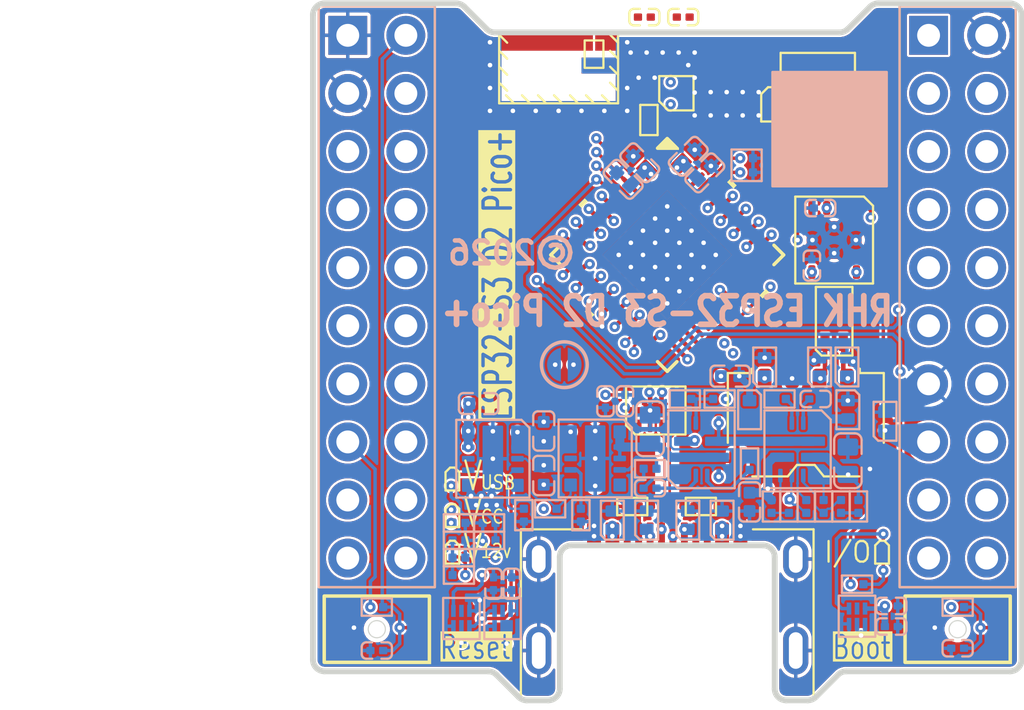
<source format=kicad_pcb>
(kicad_pcb (version 20241229) (generator "pcbnew") (generator_version "9.0")
  (title_block (date "2026-01-12"))
  (layers (0 "F.Cu" signal) (4 "In1.Cu" power) (6 "In2.Cu" signal) (8 "In3.Cu" power) (10 "In4.Cu" power) (2 "B.Cu" signal) (13 "F.Paste" user) (15 "B.Paste" user) (5 "F.SilkS" user "F.Silkscreen") (7 "B.SilkS" user "B.Silkscreen") (1 "F.Mask" user) (3 "B.Mask" user) (25 "Edge.Cuts" user))
  (net 0 "")
  (net 1 "/ESP32-S3-PICO-1/RF1")
  (net 2 "/USB_Power_Interface/SSb")
  (net 4 "+3V3")
  (net 6 "2121b")
  (net 7 "USB_D-")
  (net 8 "USB_D+")
  (net 9 "IO_14")
  (net 10 "IO_09")
  (net 11 "IO_21")
  (net 12 "IO_10")
  (net 13 "/USB_Power_Interface/SSa")
  (net 14 "IO_00")
  (net 15 "+5V1")
  (net 16 "IO_11")
  (net 17 "IO_06")
  (net 18 "IO_18")
  (net 19 "IO_17")
  (net 20 "IO_05")
  (net 21 "IO_08")
  (net 22 "IO_13")
  (net 23 "IO_07")
  (net 24 "IO_15")
  (net 25 "IO_38")
  (net 26 "IO_12")
  (net 27 "IO_16")
  (net 28 "IO_39")
  (net 29 "GND")
  (net 30 "EN")
  (net 31 "IO_42")
  (net 32 "IO_03")
  (net 33 "IO_40")
  (net 34 "IO_04")
  (net 35 "IO_41")
  (net 36 "IO_01")
  (net 37 "IO_02")
  (net 38 "+VBus")
  (net 39 "/USB_Power_Interface/GND1")
  (net 40 "IO_48")
  (net 41 "IO_47")
  (net 42 "IO_44")
  (net 43 "IO_43")
  (net 44 "/CAN_Interface/CAN_F_N")
  (net 45 "/USB_Power_Interface/CC2")
  (net 46 "+16V")
  (net 47 "+5Vext")
  (net 48 "/ESP32-S3-PICO-1/RF2")
  (net 49 "/USB_Power_Interface/CC1")
  (net 50 "2121a")
  (net 51 "/User Interface/LED1_L")
  (net 52 "/User Interface/LED1_H")
  (net 53 "/User Interface/LED2_H")
  (net 54 "/User Interface/LED3_H")
  (net 55 "/User Interface/LED3_L")
  (net 56 "/User Interface/LED4_H")
  (net 57 "/CAN_Interface/CAN_F_P")
  (net 58 "Net-(R18-Pad1)")
  (net 59 "/USB_Power_Interface/SCONFc")
  (net 60 "/USB_Power_Interface/VSETc")
  (net 61 "/USB_Power_Interface/SCONFd")
  (net 62 "/USB_Power_Interface/PG_EN")
  (net 71 "/ESP32-S3-PICO-1/RFC")
  (net 72 "IO_35")
  (net 73 "IO_36")
  (net 76 "IO_33")
  (net 79 "IO_34")
  (net 82 "/CAN_Interface/CAN_N")
  (net 83 "/CAN_Interface/CAN_P")
  (net 84 "CAN_Silent")
  (net 85 "/USB_Power_Interface/ILMa")
  (net 86 "/USB_Power_Interface/PR1a")
  (net 87 "/USB_Power_Interface/OV2a")
  (net 88 "/USB_Power_Interface/OV2b")
  (net 89 "/USB_Power_Interface/ILMb")
  (net 90 "/ESP32-S3-PICO-1/RF_In")
  (net 91 "STb")
  (net 92 "OV1a")
  (net 93 "IO_20")
  (net 94 "IO_19")
  (net 95 "/ESP32-S3-PICO-1/D+")
  (net 96 "/ESP32-S3-PICO-1/D-")
  (net 97 "/User Interface/LED4_SR")
  (net 102 "/User Interface/LED2_L")
  (net 103 "/ESP32-S3-PICO-1/Ant_Select")
  (net 104 "IO_37")
  (footprint "Personal_FootprintLibrary:PinHeader_2x10_P2.54mm_Vertical" (layer "F.Cu") (at 137.3 112.827)
    (property "Reference" "H1" (hide yes))
    (property "Value" "ESP_Header" (hide yes))
  )
  (footprint "Personal_FootprintLibrary:LED_0201-2" (layer "F.Cu") (at 140.605 122.4 -90)
    (property "Reference" "LED3" (hide yes))
    (property "Value" "Orange" (hide yes))
  )
  (footprint "Personal_FootprintLibrary:VSON-8-1EP_3x3mm_P0.65mm_EP1.65x2.4mm_ThermalVias" (layer "F.Cu") (at 157.3 110.35 180)
    (property "Reference" "U8" (hide yes))
    (property "Value" "TCAN1057AVDRBRQ1" (hide yes))
  )
  (footprint "Resistors:R0201_Dense" (layer "F.Cu") (at 151.47 122)
    (property "Reference" "R5" (hide yes))
    (property "Value" "5k1" (hide yes))
  )
  (footprint "Personal_FootprintLibrary:SW_SPST_B3U_series" (layer "F.Cu") (at 162.7 127.367 180)
    (property "Reference" "SW2" (hide yes))
    (property "Value" "SPST-NO" (hide yes))
    (fp_circle (center 0 0) (end 0.375 0) (stroke (width 0.05)) (fill no) (layer "Edge.Cuts"))
  )
  (footprint "Resistors:R0201_Dense" (layer "F.Cu") (at 148.47 122)
    (property "Reference" "R6" (hide yes))
    (property "Value" "5k1" (hide yes))
  )
  (footprint "Personal_FootprintLibrary:CMC_0805" (layer "F.Cu") (at 157.3 113.9)
    (property "Reference" "CMC1" (hide yes))
    (property "Value" "CMC 0805" (hide yes))
  )
  (footprint "Personal_FootprintLibrary:JST_ACH_BM04B-ACHSS-A-GAN-ETF_1x04-1MP_P1.20mm_Vertical" (layer "F.Cu") (at 156.06 118.275)
    (property "Reference" "CN2" (hide yes))
    (property "Value" "BM04B-ACHSS" (hide yes))
  )
  (footprint "Personal_FootprintLibrary:SW_SPST_B3U_series" (layer "F.Cu") (at 137.3 127.367 180)
    (property "Reference" "SW1" (hide yes))
    (property "Value" "SPST-NO" (hide yes))
    (fp_circle (center 0 0) (end 0.375 0) (stroke (width 0.05)) (fill no) (layer "Edge.Cuts"))
  )
  (footprint "Personal_FootprintLibrary:u.FL_Male_Pin_Coax_SMD" (layer "F.Cu") (at 156.46 104.415 -90)
    (property "Reference" "CN3" (hide yes))
    (property "Value" "2337019-1" (hide yes))
  )
  (footprint "Personal_FootprintLibrary:Chip Antenna 0402" (layer "F.Cu") (at 146.8 102.22)
    (property "Reference" "ANT1" (hide yes))
    (property "Value" "2450AT07A0100" (hide yes))
  )
  (footprint "Personal_FootprintLibrary:LED_0201-2" (layer "F.Cu") (at 159.395 124 -90)
    (property "Reference" "LED1" (hide yes))
    (property "Value" "Blue" (hide yes))
  )
  (footprint "Capacitors:C0201_Dense" (layer "F.Cu") (at 149 100.6 180)
    (property "Reference" "C29" (hide yes))
    (property "Value" "DNP" (hide yes))
  )
  (footprint "Personal_FootprintLibrary:LED_0201-2" (layer "F.Cu") (at 140.605 124 -90)
    (property "Reference" "LED4" (hide yes))
    (property "Value" "Red" (hide yes))
  )
  (footprint "Personal_FootprintLibrary:Texas_UQFN-10_1.5x2mm_P0.5mm" (layer "F.Cu") (at 149.5 117.8034)
    (property "Reference" "U9" (hide yes))
    (property "Value" "TS3USB221A-Q1" (hide yes))
  )
  (footprint "Personal_FootprintLibrary:LED_0201-2" (layer "F.Cu") (at 140.605 120.8 -90)
    (property "Reference" "LED2" (hide yes))
    (property "Value" "Green" (hide yes))
  )
  (footprint "Capacitors:C0201_Dense" (layer "F.Cu") (at 150.7 100.6)
    (property "Reference" "C28" (hide yes))
    (property "Value" "DNP" (hide yes))
  )
  (footprint "Personal_FootprintLibrary:ESP32-S3-Pico-1" (layer "F.Cu") (at 150 111 -45)
    (property "Reference" "U6" (hide yes))
    (property "Value" "ESP32-S3-PICO-1-N8R2" (hide yes))
  )
  (footprint "Personal_FootprintLibrary:PinHeader_2x10_P2.54mm_Vertical" (layer "F.Cu") (at 162.7 112.827)
    (property "Reference" "H2" (hide yes))
    (property "Value" "ESP_Header" (hide yes))
  )
  (footprint "Personal_FootprintLibrary:SKYA21024" (layer "F.Cu") (at 150.4 103.93)
    (property "Reference" "U1" (hide yes))
    (property "Value" "SKYA21024" (hide yes))
  )
  (footprint "Personal_FootprintLibrary:USB_C_Receptacle_G-Switch-GT-USB-7014D" (layer "F.Cu") (at 150 127.75)
    (property "Reference" "CN1" (hide yes))
    (property "Value" "GT-USB-7014D" (hide yes))
  )
  (footprint "Resistors:R0201_Dense" (layer "F.Cu") (at 149.2 105.1 90)
    (property "Reference" "R30" (hide yes))
    (property "Value" "0R" (hide yes))
  )
  (footprint "Resistors:R0201_Dense" (layer "B.Cu") (at 162.7 126.4 180)
    (property "Reference" "R12" (hide yes))
    (property "Value" "5k1" (hide yes))
  )
  (footprint "Personal_FootprintLibrary:DFN1006-2" (layer "B.Cu") (at 159.525 118.275 90)
    (property "Reference" "D5" (hide yes))
    (property "Value" "D15V0H1U2LP-7B" (hide yes))
  )
  (footprint "Capacitors:C0201_Dense" (layer "B.Cu") (at 147.3 117.4 -90)
    (property "Reference" "C15" (hide yes))
    (property "Value" "1uF" (hide yes))
  )
  (footprint "Personal_FootprintLibrary:DFN1006-2" (layer "B.Cu") (at 152.4 122.6 90)
    (property "Reference" "D1" (hide yes))
    (property "Value" "D15V0H1U2LP-7B" (hide yes))
  )
  (footprint "Resistors:R0201_Dense" (layer "B.Cu") (at 153.6 120.12 -90)
    (property "Reference" "R27" (hide yes))
    (property "Value" "40k2" (hide yes))
  )
  (footprint "Resistors:R0201_Dense" (layer "B.Cu") (at 137.3 126.4 180)
    (property "Reference" "R13" (hide yes))
    (property "Value" "5k1" (hide yes))
  )
  (footprint "Capacitors:C0201_Dense" (layer "B.Cu") (at 148.15 117.4 90)
    (property "Reference" "C14" (hide yes))
    (property "Value" "1uF" (hide yes))
  )
  (footprint "Resistors:R0201_Dense" (layer "B.Cu") (at 155.32 122 90)
    (property "Reference" "R17" (hide yes))
    (property "Value" "95k3" (hide yes))
  )
  (footprint "Capacitors:C0402_Dense" (layer "B.Cu") (at 151.644023 107.411432 45)
    (property "Reference" "C11" (hide yes))
    (property "Value" "22uF" (hide yes))
  )
  (footprint "Resistors:R0201_Dense" (layer "B.Cu") (at 158.36 122 90)
    (property "Reference" "R18" (hide yes))
    (property "Value" "40k2" (hide yes))
  )
  (footprint "Personal_FootprintLibrary:DFN1006-2" (layer "B.Cu") (at 153.6 117.77 -90)
    (property "Reference" "D6" (hide yes))
    (property "Value" "D15V0H1U2LP-7B" (hide yes))
  )
  (footprint "Resistors:R0201_Dense" (layer "B.Cu") (at 156.84 122 -90)
    (property "Reference" "R20" (hide yes))
    (property "Value" "5k1" (hide yes))
  )
  (footprint "Capacitors:C0201_Dense" (layer "B.Cu") (at 149.25 121.2 180)
    (property "Reference" "C6" (hide yes))
    (property "Value" "1uF" (hide yes))
  )
  (footprint "Capacitors:C0402_Dense" (layer "B.Cu") (at 148.073134 107.694276 135)
    (property "Reference" "C12" (hide yes))
    (property "Value" "22uF" (hide yes))
  )
  (footprint "Resistors:R0201_Dense" (layer "B.Cu") (at 140.89 124.24)
    (property "Reference" "R22" (hide yes))
    (property "Value" "1k" (hide yes))
  )
  (footprint "Resistors:R0201_Dense" (layer "B.Cu") (at 154.91 117.3)
    (property "Reference" "R15" (hide yes))
    (property "Value" "40k2" (hide yes))
  )
  (footprint "Personal_FootprintLibrary:DFN1006-2" (layer "B.Cu") (at 147.6 122.6 90)
    (property "Reference" "D10" (hide yes))
    (property "Value" "D15V0H1U2LP-7B" (hide yes))
  )
  (footprint "Capacitors:C0402_Dense" (layer "B.Cu") (at 153.6 121.8 -90)
    (property "Reference" "C21" (hide yes))
    (property "Value" "22uF" (hide yes))
  )
  (footprint "Personal_FootprintLibrary:DSF6" (layer "B.Cu") (at 142.8 126.9 90)
    (property "Reference" "U12" (hide yes))
    (property "Value" "74LVC1G38" (hide yes))
  )
  (footprint "Capacitors:C0201_Dense" (layer "B.Cu") (at 143.2 125.38 90)
    (property "Reference" "C23" (hide yes))
    (property "Value" "1uF" (hide yes))
  )
  (footprint "Resistors:R0201_Dense" (layer "B.Cu") (at 142.21 123.48 180)
    (property "Reference" "R9" (hide yes))
    (property "Value" "40k2" (hide yes))
  )
  (footprint "Personal_FootprintLibrary:DSF6" (layer "B.Cu") (at 141 126.9 90)
    (property "Reference" "U13" (hide yes))
    (property "Value" "74LVC1G38" (hide yes))
  )
  (footprint "Resistors:R0201_Dense" (layer "B.Cu") (at 142.21 122.72 180)
    (property "Reference" "R23" (hide yes))
    (property "Value" "5k1" (hide yes))
  )
  (footprint "Personal_FootprintLibrary:DFN1006-2" (layer "B.Cu") (at 154.26 115.9 90)
    (property "Reference" "D9" (hide yes))
    (property "Value" "D15V0H1U2LP-7B" (hide yes))
  )
  (footprint "Capacitors:C0201_Dense" (layer "B.Cu") (at 137.3 128.3 180)
    (property "Reference" "C8" (hide yes))
    (property "Value" "1uF" (hide yes))
  )
  (footprint "Personal_FootprintLibrary:DFN1006-2" (layer "B.Cu") (at 157.86 115.9 90)
    (property "Reference" "D8" (hide yes))
    (property "Value" "ESDSLC24VLB-TP" (hide yes))
  )
  (footprint "Resistors:R0201_Dense" (layer "B.Cu") (at 153.47 106.7704 180)
    (property "Reference" "R7" (hide yes))
    (property "Value" "95k3" (hide yes))
  )
  (footprint "Personal_FootprintLibrary:uSIP-11_3.0x2.8_ThermalVias" (layer "B.Cu") (at 142.375 119.9125 -90)
    (property "Reference" "U5" (hide yes))
    (property "Value" "TPSM82903" (hide yes))
  )
  (footprint "Resistors:R0201_Dense" (layer "B.Cu") (at 140.89 123.48)
    (property "Reference" "R11" (hide yes))
    (property "Value" "1k" (hide yes))
  )
  (footprint "Resistors:R0201_Dense" (layer "B.Cu") (at 143.73 122.38 90)
    (property "Reference" "R3" (hide yes))
    (property "Value" "40k2" (hide yes))
  )
  (footprint "Resistors:R0201_Dense" (layer "B.Cu") (at 156.08 122 90)
    (property "Reference" "R21" (hide yes))
    (property "Value" "95k3" (hide yes))
  )
  (footprint "Capacitors:C0201_Dense" (layer "B.Cu") (at 156.49 117.3)
    (property "Reference" "C16" (hide yes))
    (property "Value" "1uF" (hide yes))
  )
  (footprint "Personal_FootprintLibrary:DFN1006-2" (layer "B.Cu") (at 150.9 122.6 90)
    (property "Reference" "D2" (hide yes))
    (property "Value" "ESDSLC24VLB-TP" (hide yes))
  )
  (footprint "Personal_FootprintLibrary:VQHN-HR-12" (layer "B.Cu") (at 155.7 119.5 -90)
    (property "Reference" "U2" (hide yes))
    (property "Value" "TPS2121" (hide yes))
  )
  (footprint "Personal_FootprintLibrary:VQHN-HR-12" (layer "B.Cu") (at 151.5 119.5 90)
    (property "Reference" "U3" (hide yes))
    (property "Value" "TPS2121" (hide yes))
  )
  (footprint "Capacitors:C0201_Dense" (layer "B.Cu") (at 162.7 128.2 180)
    (property "Reference" "C9" (hide yes))
    (property "Value" "1uF" (hide yes))
  )
  (footprint "Personal_FootprintLibrary:DFN1006-2" (layer "B.Cu") (at 149.1 122.6 90)
    (property "Reference" "D3" (hide yes))
    (property "Value" "ESDSLC24VLB-TP" (hide yes))
  )
  (footprint "Resistors:R0201_Dense" (layer "B.Cu") (at 153.47 107.39 180)
    (property "Reference" "R14" (hide yes))
    (property "Value" "95k3" (hide yes))
  )
  (footprint "Capacitors:C0201_Dense" (layer "B.Cu") (at 156.695 108.95 180)
    (property "Reference" "C4" (hide yes))
    (property "Value" "1uF" (hide yes))
  )
  (footprint "Personal_FootprintLibrary:SolderJumper-2_Open" (layer "B.Cu") (at 145.5 115.8 180)
    (property "Reference" "JP1" (hide yes))
    (property "Value" "SolderJumper_2_Open" (hide yes))
  )
  (footprint "Capacitors:C0201_Dense" (layer "B.Cu") (at 156.325 111.47 90)
    (property "Reference" "C5" (hide yes))
    (property "Value" "1uF" (hide yes))
  )
  (footprint "Capacitors:C0402_Dense" (layer "B.Cu") (at 144.6 118.7 90)
    (property "Reference" "C2" (hide yes))
    (property "Value" "22uF" (hide yes))
  )
  (footprint "Capacitors:C0402_Dense" (layer "B.Cu") (at 148.797918 106.969491 135)
    (property "Reference" "C17" (hide yes))
    (property "Value" "22uF" (hide yes))
  )
  (footprint "Resistors:R0201_Dense" (layer "B.Cu") (at 150.77 117.3)
    (property "Reference" "R28" (hide yes))
    (property "Value" "40k2" (hide yes))
  )
  (footprint "Capacitors:C0402_Dense" (layer "B.Cu") (at 144.6 120.6475 -90)
    (property "Reference" "C3" (hide yes))
    (property "Value" "22uF" (hide yes))
  )
  (footprint "Personal_FootprintLibrary:DSF6" (layer "B.Cu") (at 158.3 126.8 90)
    (property "Reference" "U11" (hide yes))
    (property "Value" "74LVC1G38" (hide yes))
  )
  (footprint "Capacitors:C0603_Dense" (layer "B.Cu") (at 157.9 120 90)
    (property "Reference" "C18" (hide yes))
    (property "Value" "22uF" (hide yes))
  )
  (footprint "Resistors:R0201_Dense" (layer "B.Cu") (at 154.56 122 -90)
    (property "Reference" "R16" (hide yes))
    (property "Value" "95k3" (hide yes))
  )
  (footprint "Resistors:R0201_Dense" (layer "B.Cu") (at 146.225 122.38 -90)
    (property "Reference" "R2" (hide yes))
    (property "Value" "95k3" (hide yes))
  )
  (footprint "Resistors:R0201_Dense" (layer "B.Cu") (at 157.6 122 -90)
    (property "Reference" "R19" (hide yes))
    (property "Value" "5k1" (hide yes))
  )
  (footprint "Resistors:R0201_Dense" (layer "B.Cu") (at 140.89 122.72)
    (property "Reference" "R10" (hide yes))
    (property "Value" "1k" (hide yes))
  )
  (footprint "Personal_FootprintLibrary:DFN1006-2" (layer "B.Cu") (at 156.66 115.9 90)
    (property "Reference" "D7" (hide yes))
    (property "Value" "ESDSLC24VLB-TP" (hide yes))
  )
  (footprint "Capacitors:C0201_Dense" (layer "B.Cu") (at 159.8 126.35)
    (property "Reference" "C24" (hide yes))
    (property "Value" "100nF" (hide yes))
  )
  (footprint "Capacitors:C0603_Dense" (layer "B.Cu") (at 149.25 118.6 90)
    (property "Reference" "C1" (hide yes))
    (property "Value" "22uF" (hide yes))
  )
  (footprint "Personal_FootprintLibrary:uSIP-11_3.0x2.8_ThermalVias" (layer "B.Cu") (at 146.85 119.9 -90)
    (property "Reference" "U4" (hide yes))
    (property "Value" "TPSM82903" (hide yes))
  )
  (footprint "Capacitors:C0402_Dense" (layer "B.Cu") (at 141.75 117.5)
    (property "Reference" "C10" (hide yes))
    (property "Value" "22uF" (hide yes))
  )
  (footprint "Resistors:R0201_Dense" (layer "B.Cu") (at 144.88 122.1)
    (property "Reference" "R4" (hide yes))
    (property "Value" "95k3" (hide yes))
  )
  (footprint "Resistors:R0201_Dense" (layer "B.Cu") (at 140.89 125 180)
    (property "Reference" "R24" (hide yes))
    (property "Value" "1k" (hide yes))
  )
  (footprint "Resistors:R0201_Dense" (layer "B.Cu") (at 158.3 125.4 180)
    (property "Reference" "R8" (hide yes))
    (property "Value" "1k" (hide yes))
  )
  (footprint "Capacitors:C0201_Dense" (layer "B.Cu") (at 142.4 125.38 90)
    (property "Reference" "C26" (hide yes))
    (property "Value" "1uF" (hide yes))
  )
  (footprint "Personal_FootprintLibrary:DFN1006-2" (layer "B.Cu") (at 157.9 117.77 -90)
    (property "Reference" "D4" (hide yes))
    (property "Value" "D15V0H1U2LP-7B" (hide yes))
  )
  (footprint "Resistors:R0201_Dense" (layer "B.Cu") (at 149.25 120.35)
    (property "Reference" "R1" (hide yes))
    (property "Value" "40k2" (hide yes))
  )
  (footprint "Capacitors:C0402_Dense" (layer "B.Cu") (at 150.919239 106.686649 45)
    (property "Reference" "C19" (hide yes))
    (property "Value" "22uF" (hide yes))
  )
  (footprint "Capacitors:C0402_Dense" (layer "B.Cu") (at 152.75 116.3)
    (property "Reference" "C20" (hide yes))
    (property "Value" "22uF" (hide yes))
  )
  (footprint "Capacitors:C0201_Dense" (layer "B.Cu") (at 159.8 127.25)
    (property "Reference" "C22" (hide yes))
    (property "Value" "100nF" (hide yes))
  )
  (footprint "Resistors:R0201_Dense" (layer "B.Cu") (at 152.29 117.3 180)
    (property "Reference" "R26" (hide yes))
    (property "Value" "95k3" (hide yes))
  )
  (gr_poly (pts (arc (start 150.211777 106.969846) (mid 150.197132 107.005202) (end 150.211777 107.040557)) (arc (start 150.56533 107.39411) (mid 150.600689 107.408759) (end 150.636041 107.394111)) (arc (start 151.060661 106.969489) (mid 151.075305 106.934134) (end 151.06066 106.898779)) (arc (start 150.707106 106.545227) (mid 150.671751 106.530583) (end 150.636396 106.545227))) (fill yes) (layer "F.Cu") (net 4))
  (gr_line (start 148.674175 107.694276) (end 148.374175 107.394276) (stroke (width 0.2)) (layer "F.Cu") (net 30))
  (gr_poly (pts (xy 148.621141 107.216979) (xy 149.045406 106.792714) (xy 149.575736 107.323044) (xy 149.151471 107.747309)) (fill yes) (layer "F.Cu") (net 4))
  (gr_poly (pts (xy 159.23 118.43) (xy 159.82 118.43) (xy 161.303 118.3515) (xy 161.262516 118.358214) (xy 161.183017 118.378589) (xy 161.1059 118.406662) (xy 161.031909 118.442164) (xy 160.961755 118.484752) (xy 160.896118 118.534015) (xy 160.835628 118.589478) (xy 160.78087 118.650606) (xy 160.732371 118.716811) (xy 160.690599 118.787453) (xy 160.655957 118.861851) (xy 160.62878 118.939289) (xy 160.609328 119.019018) (xy 160.59779 119.100271) (xy 160.594277 119.182264) (xy 160.598823 119.264206) (xy 160.611383 119.345307) (xy 160.631838 119.424785) (xy 160.659989 119.501874) (xy 160.695565 119.57583) (xy 160.738223 119.64594) (xy 160.787552 119.711529) (xy 160.843076 119.771963) (xy 160.904259 119.812) (xy 160.9728 119.8374) (xy 161.049 119.8882) (xy 161.049 119.92804) (xy 159.23 118.93)) (fill yes) (layer "B.Cu") (net 47))
  (gr_poly (pts (xy 159.82 118.12) (xy 159.23 118.12) (xy 159.23 117.65) (xy 160.84 116.03) (xy 160.865208 116.107466) (xy 160.814411 116.167482) (xy 160.769964 116.23234) (xy 160.732324 116.301373) (xy 160.701881 116.373867) (xy 160.678947 116.449075) (xy 160.663759 116.526221) (xy 160.656475 116.60451) (xy 160.657169 116.683134) (xy 160.665833 116.761282) (xy 160.68238 116.838148) (xy 160.706637 116.91294) (xy 160.738355 116.984886) (xy 160.777207 117.053243) (xy 160.822792 117.117307) (xy 160.87464 117.176418) (xy 160.932215 117.229965) (xy 160.994925 117.277396) (xy 161.062122 117.318221) (xy 161.133114 117.352021) (xy 161.207167 117.378446) (xy 161.283519 117.397224) (xy 161.361382 117.40816) (xy 161.439952 117.411143) (xy 161.51842 117.406142) (xy 161.67 117.45)) (fill yes) (layer "B.Cu") (net 29))
  (gr_rect (start 154.6 103) (end 159.6 108) (stroke (width 0.1)) (fill yes) (layer "B.SilkS"))
  (gr_line (start 165.494 100.508) (end 165.494 128.702) (stroke (width 0.254)) (layer "Edge.Cuts"))
  (gr_arc (start 165.494 128.702) (mid 165.34521 129.06121) (end 164.986 129.21) (stroke (width 0.254)) (layer "Edge.Cuts"))
  (gr_line (start 142.46342 101.27) (end 157.53658 101.27) (stroke (width 0.254)) (layer "Edge.Cuts"))
  (gr_line (start 156.49879 130.33121) (end 157.47121 129.35879) (stroke (width 0.254)) (layer "Edge.Cuts"))
  (gr_line (start 135.014 100) (end 140.77258 100) (stroke (width 0.254)) (layer "Edge.Cuts"))
  (gr_arc (start 156.49879 130.33121) (mid 156.333982 130.441324) (end 156.13958 130.48) (stroke (width 0.254)) (layer "Edge.Cuts"))
  (gr_arc (start 134.506 100.508) (mid 134.65479 100.14879) (end 135.014 100) (stroke (width 0.254)) (layer "Edge.Cuts"))
  (gr_line (start 134.506 100.508) (end 134.506 128.702) (stroke (width 0.254)) (layer "Edge.Cuts"))
  (gr_arc (start 157.89579 101.12121) (mid 157.730983 101.23133) (end 157.53658 101.27) (stroke (width 0.254)) (layer "Edge.Cuts"))
  (gr_line (start 159.22742 100) (end 164.986 100) (stroke (width 0.254)) (layer "Edge.Cuts"))
  (gr_arc (start 142.46342 101.27) (mid 142.269013 101.231337) (end 142.10421 101.12121) (stroke (width 0.254)) (layer "Edge.Cuts"))
  (gr_arc (start 164.986 100) (mid 165.34521 100.14879) (end 165.494 100.508) (stroke (width 0.254)) (layer "Edge.Cuts"))
  (gr_line (start 142.52879 129.35879) (end 143.50121 130.33121) (stroke (width 0.254)) (layer "Edge.Cuts"))
  (gr_arc (start 142.16958 129.21) (mid 142.363987 129.248663) (end 142.52879 129.35879) (stroke (width 0.254)) (layer "Edge.Cuts"))
  (gr_line (start 154.699 124.208) (end 154.699 129.972077) (stroke (width 0.254)) (layer "Edge.Cuts"))
  (gr_line (start 145.301 124.208) (end 145.301 129.972) (stroke (width 0.254)) (layer "Edge.Cuts"))
  (gr_arc (start 158.86821 100.14879) (mid 159.033018 100.038676) (end 159.22742 100) (stroke (width 0.254)) (layer "Edge.Cuts"))
  (gr_arc (start 155.206923 130.480077) (mid 154.847771 130.331259) (end 154.699 129.972077) (stroke (width 0.254)) (layer "Edge.Cuts"))
  (gr_arc (start 145.301 124.208) (mid 145.44979 123.84879) (end 145.809 123.7) (stroke (width 0.254)) (layer "Edge.Cuts"))
  (gr_arc (start 143.86042 130.48) (mid 143.666013 130.441337) (end 143.50121 130.33121) (stroke (width 0.254)) (layer "Edge.Cuts"))
  (gr_arc (start 135.014 129.21) (mid 134.65479 129.06121) (end 134.506 128.702) (stroke (width 0.254)) (layer "Edge.Cuts"))
  (gr_arc (start 157.47121 129.35879) (mid 157.636018 129.248676) (end 157.83042 129.21) (stroke (width 0.254)) (layer "Edge.Cuts"))
  (gr_line (start 155.206923 130.48) (end 156.13958 130.48) (stroke (width 0.254)) (layer "Edge.Cuts"))
  (gr_arc (start 140.77258 100) (mid 140.966983 100.038669) (end 141.13179 100.14879) (stroke (width 0.254)) (layer "Edge.Cuts"))
  (gr_line (start 157.83042 129.21) (end 164.986 129.21) (stroke (width 0.254)) (layer "Edge.Cuts"))
  (gr_arc (start 145.301 129.972) (mid 145.15221 130.33121) (end 144.793 130.48) (stroke (width 0.254)) (layer "Edge.Cuts"))
  (gr_line (start 157.89579 101.12121) (end 158.86821 100.14879) (stroke (width 0.254)) (layer "Edge.Cuts"))
  (gr_arc (start 154.191 123.7) (mid 154.55021 123.84879) (end 154.699 124.208) (stroke (width 0.254)) (layer "Edge.Cuts"))
  (gr_line (start 145.809 123.7) (end 154.191 123.7) (stroke (width 0.254)) (layer "Edge.Cuts"))
  (gr_line (start 143.86042 130.48) (end 144.793 130.48) (stroke (width 0.254)) (layer "Edge.Cuts"))
  (gr_line (start 141.13179 100.14879) (end 142.10421 101.12121) (stroke (width 0.254)) (layer "Edge.Cuts"))
  (gr_line (start 142.16958 129.21) (end 135.014 129.21) (stroke (width 0.254)) (layer "Edge.Cuts"))
  (gr_text "I/O" (at 156.8 124 0) (layer "F.SilkS") (effects (font (size 0.9 0.8) (thickness 0.1)) (justify left)))
  (gr_text "12v" (at 141.8 124.3 0) (layer "F.SilkS") (effects (font (size 0.6 0.5) (thickness 0.075)) (justify left bottom)))
  (gr_text "V" (at 142 123 0) (layer "F.SilkS") (effects (font (size 1.25 1) (thickness 0.1)) (justify right bottom)))
  (gr_text "USB" (at 141.8 121.3 0) (layer "F.SilkS") (effects (font (size 0.6 0.5) (thickness 0.075)) (justify left bottom)))
  (gr_text "Boot " (at 160.4 128.75 0) (layer "F.SilkS" knockout) (effects (font (size 1 0.75) (thickness 0.1)) (justify right bottom)))
  (gr_text "CC" (at 141.8 122.8 0) (layer "F.SilkS") (effects (font (size 0.6 0.5) (thickness 0.075)) (justify left bottom)))
  (gr_text "ESP32-S3 D2 Pico+" (at 143.3 111.9 90) (layer "F.SilkS" knockout) (effects (font (size 1.2 0.8) (thickness 0.15) (bold yes)) (justify bottom)))
  (gr_text "V" (at 142 124.6 0) (layer "F.SilkS") (effects (font (size 1.25 1) (thickness 0.1)) (justify right bottom)))
  (gr_text "V" (at 142 121.4 0) (layer "F.SilkS") (effects (font (size 1.25 1) (thickness 0.1)) (justify right bottom)))
  (gr_text "Reset" (at 140 128.75 0) (layer "F.SilkS" knockout) (effects (font (size 1 0.75) (thickness 0.1)) (justify left bottom)))
  (gr_text "©2026" (at 140.3 111.5 0) (layer "B.SilkS") (effects (font (size 1 1) (thickness 0.2) (bold yes)) (justify right bottom mirror)))
  (gr_text "RHK ESP32-S3 D2 Pico+" (at 150 114.2 0) (layer "B.SilkS") (effects (font (size 1.25 1) (thickness 0.3) (bold yes)) (justify bottom mirror)))
  (segment (start 150.65 104.415) (end 154.885 104.415) (width 0.1326) (layer "F.Cu") (net 1))
  (segment (start 151.25 120.65) (end 151.25 120.9) (width 0.15) (layer "B.Cu") (net 2))
  (segment (start 151.25 120.9) (end 150.95 121.2) (width 0.15) (layer "B.Cu") (net 2))
  (segment (start 150.95 121.2) (end 149.53 121.2) (width 0.15) (layer "B.Cu") (net 2))
  (segment (start 153.305724 109.674175) (end 152.899138 110.080761) (width 0.2) (layer "F.Cu") (net 4))
  (segment (start 148.6 117.8) (end 148.27 117.8) (width 0.15) (layer "F.Cu") (net 4))
  (segment (start 150.883883 115.560839) (end 150.477297 115.154252) (width 0.2) (layer "F.Cu") (net 4))
  (segment (start 148.27 117.8) (end 148.15 117.68) (width 0.15) (layer "F.Cu") (net 4))
  (segment (start 147.259961 112.891511) (end 147.666548 112.484924) (width 0.2) (layer "F.Cu") (net 4))
  (via (at 150.707107 106.898781) (size 0.45) (drill 0.2) (layers "F.Cu" "B.Cu") (net 4))
  (via (at 150.883883 115.560839) (size 0.45) (drill 0.2) (layers "F.Cu" "B.Cu") (net 4))
  (via (at 150.424264 107.181623) (size 0.45) (drill 0.2) (layers "F.Cu" "B.Cu") (net 4))
  (via (at 147.666548 112.484924) (size 0.45) (drill 0.2) (layers "F.Cu" "B.Cu") (net 4))
  (via (at 150.15 104.414999) (size 0.45) (drill 0.2) (layers "F.Cu" "B.Cu") (net 4))
  (via (at 152.899138 110.080761) (size 0.45) (drill 0.2) (layers "F.Cu" "B.Cu") (net 4))
  (via (at 141.3 118.7) (size 0.45) (drill 0.2) (layers "F.Cu" "B.Cu") (net 4))
  (via (at 141.8 126.1) (size 0.45) (drill 0.2) (layers "F.Cu" "B.Cu") (net 4))
  (via (at 141.3 119.4) (size 0.45) (drill 0.2) (layers "F.Cu" "B.Cu") (net 4))
  (via (at 159.52 126.35) (size 0.45) (drill 0.2) (layers "F.Cu" "B.Cu") (net 4))
  (via (at 162.42 126.4) (size 0.45) (drill 0.2) (layers "F.Cu" "B.Cu") (net 4))
  (via (at 156.325 111.75) (size 0.45) (drill 0.2) (layers "F.Cu" "B.Cu") (net 4))
  (via (at 137.02 126.4) (size 0.45) (drill 0.2) (layers "F.Cu" "B.Cu") (net 4))
  (via (at 149.010051 107.181623) (size 0.45) (drill 0.2) (layers "F.Cu" "B.Cu") (net 4))
  (via (at 141.3 117.5) (size 0.45) (drill 0.2) (layers "F.Cu" "B.Cu") (net 4))
  (via (at 141.3 118.1) (size 0.45) (drill 0.2) (layers "F.Cu" "B.Cu") (net 4))
  (via (at 149.292893 107.464466) (size 0.45) (drill 0.2) (layers "F.Cu" "B.Cu") (net 4))
  (via (at 148.15 117.68) (size 0.45) (drill 0.2) (layers "F.Cu" "B.Cu") (net 4))
  (segment (start 158.649999 126.464999) (end 159.405001 126.464999) (width 0.2) (layer "B.Cu") (net 4))
  (segment (start 159.52 126.35) (end 159.52 127.25) (width 0.3) (layer "B.Cu") (net 4))
  (segment (start 136.03 119.177) (end 137.224 120.371) (width 0.15) (layer "B.Cu") (net 4))
  (segment (start 141.3 119.4) (end 141.3 118.7) (width 0.4) (layer "B.Cu") (net 4))
  (segment (start 141.3 118.7) (end 141.3 117.5) (width 0.4) (layer "B.Cu") (net 4))
  (segment (start 151.36118 107.694275) (end 150.636396 106.969491) (width 0.5) (layer "B.Cu") (net 4))
  (segment (start 137.224 120.371) (end 137.224 125.076) (width 0.15) (layer "B.Cu") (net 4))
  (segment (start 137.02 125.28) (end 137.02 126.4) (width 0.15) (layer "B.Cu") (net 4))
  (segment (start 159.405001 126.464999) (end 159.52 126.35) (width 0.3) (layer "B.Cu") (net 4))
  (segment (start 137.224 125.076) (end 137.02 125.28) (width 0.15) (layer "B.Cu") (net 4))
  (segment (start 148.355977 107.977119) (end 149.080761 107.252334) (width 0.5) (layer "B.Cu") (net 4))
  (segment (start 141.3 119.4125) (end 141.3 119.4) (width 0.4) (layer "B.Cu") (net 4))
  (segment (start 147.925 119.9) (end 147.925 119.4) (width 0.15) (layer "B.Cu") (net 6))
  (segment (start 150.825 119.85) (end 150.13 119.85) (width 0.4) (layer "B.Cu") (net 6))
  (segment (start 150.13 119.85) (end 149.68 119.4) (width 0.4) (layer "B.Cu") (net 6))
  (segment (start 149.68 119.4) (end 147.925 119.4) (width 0.4) (layer "B.Cu") (net 6))
  (segment (start 152.175 119.85) (end 150.825 119.85) (width 0.4) (layer "B.Cu") (net 6))
  (segment (start 147.925 119.4) (end 147.925 118.7375) (width 0.4) (layer "B.Cu") (net 6))
  (segment (start 150.25 122.424999) (end 150.25 123.25) (width 0.1118) (layer "F.Cu") (net 7))
  (segment (start 150.1067 119.030801) (end 150.1067 122.281699) (width 0.1118) (layer "F.Cu") (net 7))
  (segment (start 150.25 118.475) (end 150.25 118.887501) (width 0.1118) (layer "F.Cu") (net 7))
  (segment (start 150.1067 122.281699) (end 150.25 122.424999) (width 0.1118) (layer "F.Cu") (net 7))
  (segment (start 150.25 118.887501) (end 150.1067 119.030801) (width 0.1118) (layer "F.Cu") (net 7))
  (via (at 149.25 123.3) (size 0.45) (drill 0.2) (layers "F.Cu" "B.Cu") (net 7))
  (via (at 150.25 123.3) (size 0.45) (drill 0.2) (layers "F.Cu" "B.Cu") (net 7))
  (segment (start 149.8933 122.281699) (end 149.75 122.424999) (width 0.1118) (layer "F.Cu") (net 8))
  (segment (start 149.75 122.424999) (end 149.75 123.25) (width 0.1118) (layer "F.Cu") (net 8))
  (segment (start 149.8933 119.030801) (end 149.8933 122.281699) (width 0.1118) (layer "F.Cu") (net 8))
  (segment (start 149.75 118.887501) (end 149.8933 119.030801) (width 0.1118) (layer "F.Cu") (net 8))
  (segment (start 149.75 118.475) (end 149.75 118.887501) (width 0.1118) (layer "F.Cu") (net 8))
  (via (at 150.75 123) (size 0.45) (drill 0.2) (layers "F.Cu" "B.Cu") (net 8))
  (via (at 149.75 123) (size 0.45) (drill 0.2) (layers "F.Cu" "B.Cu") (net 8))
  (segment (start 146.570532 113.015254) (end 146.977119 112.608668) (width 0.2) (layer "F.Cu") (net 9))
  (via (at 146.570532 113.015254) (size 0.45) (drill 0.2) (layers "F.Cu" "B.Cu") (net 9))
  (segment (start 145.439161 110.116117) (end 145.845748 110.522703) (width 0.2) (layer "F.Cu") (net 10))
  (via (at 145.439161 110.116117) (size 0.45) (drill 0.2) (layers "F.Cu" "B.Cu") (net 10))
  (segment (start 149.23986 114.87141) (end 149.646446 114.464824) (width 0.2) (layer "F.Cu") (net 11))
  (via (at 149.7 114.5) (size 0.45) (drill 0.2) (layers "F.Cu" "B.Cu") (net 11))
  (segment (start 145.439161 111.883883) (end 145.845748 111.477297) (width 0.2) (layer "F.Cu") (net 12))
  (via (at 145.439161 111.883883) (size 0.45) (drill 0.2) (layers "F.Cu" "B.Cu") (net 12))
  (segment (start 156.21 117.3) (end 155.95 117.56) (width 0.15) (layer "B.Cu") (net 13))
  (segment (start 155.95 117.56) (end 155.95 118.35) (width 0.15) (layer "B.Cu") (net 13))
  (segment (start 148.391332 107.977119) (end 148.091332 107.677119) (width 0.2) (layer "F.Cu") (net 14))
  (segment (start 164.4 127.3) (end 163.7 127.3) (width 0.15) (layer "F.Cu") (net 14))
  (segment (start 146.914213 106.5) (end 146.9 106.5) (width 0.15) (layer "F.Cu") (net 14))
  (segment (start 146.914213 106.5) (end 148.091332 107.677119) (width 0.15) (layer "F.Cu") (net 14))
  (via (at 144.3 112.1) (size 0.45) (drill 0.2) (layers "F.Cu" "B.Cu") (net 14))
  (via (at 160.1 113.4) (size 0.45) (drill 0.2) (layers "F.Cu" "B.Cu") (net 14))
  (via (at 146.9 106.5) (size 0.45) (drill 0.2) (layers "F.Cu" "B.Cu") (net 14))
  (via (at 163.7 127.3) (size 0.45) (drill 0.2) (layers "F.Cu" "B.Cu") (net 14))
  (segment (start 163.7 126.7) (end 163.4 126.4) (width 0.15) (layer "B.Cu") (net 14))
  (segment (start 151.299475 114.187824) (end 159.892176 114.187824) (width 0.15) (layer "B.Cu") (net 14))
  (segment (start 160.1 113.98) (end 160.1 113.4) (width 0.15) (layer "B.Cu") (net 14))
  (segment (start 163.4 128.2) (end 162.98 128.2) (width 0.15) (layer "B.Cu") (net 14))
  (segment (start 163.7 127.3) (end 163.7 127.9) (width 0.15) (layer "B.Cu") (net 14))
  (segment (start 163.4 126.4) (end 162.98 126.4) (width 0.15) (layer "B.Cu") (net 14))
  (segment (start 163.7 127.9) (end 163.4 128.2) (width 0.15) (layer "B.Cu") (net 14))
  (segment (start 144.7 112.5) (end 144.8 112.5) (width 0.15) (layer "B.Cu") (net 14))
  (segment (start 148.224 115.924) (end 149.5633 115.924) (width 0.15) (layer "B.Cu") (net 14))
  (segment (start 163.7 127.3) (end 163.7 126.7) (width 0.15) (layer "B.Cu") (net 14))
  (segment (start 149.5633 115.924) (end 151.299475 114.187824) (width 0.15) (layer "B.Cu") (net 14))
  (segment (start 144.8 112.5) (end 148.224 115.924) (width 0.15) (layer "B.Cu") (net 14))
  (segment (start 144.3 112.1) (end 144.7 112.5) (width 0.15) (layer "B.Cu") (net 14))
  (segment (start 159.892176 114.187824) (end 160.1 113.98) (width 0.15) (layer "B.Cu") (net 14))
  (segment (start 157.3 107.9) (end 156.975 108.225) (width 0.15) (layer "F.Cu") (net 15))
  (segment (start 159.45 117.5) (end 159.45 108.55) (width 0.15) (layer "F.Cu") (net 15))
  (segment (start 159.45 108.55) (end 158.8 107.9) (width 0.15) (layer "F.Cu") (net 15))
  (segment (start 158.02 125.4) (end 158.02 123.18) (width 0.15) (layer "F.Cu") (net 15))
  (segment (start 160.2 118.25) (end 159.45 117.5) (width 0.15) (layer "F.Cu") (net 15))
  (segment (start 158.8 107.9) (end 157.3 107.9) (width 0.15) (layer "F.Cu") (net 15))
  (segment (start 160.2 121) (end 160.2 118.25) (width 0.15) (layer "F.Cu") (net 15))
  (segment (start 158.02 123.18) (end 160.2 121) (width 0.15) (layer "F.Cu") (net 15))
  (segment (start 156.975 108.225) (end 156.975 108.95) (width 0.15) (layer "F.Cu") (net 15))
  (via (at 143.45 118.75) (size 0.45) (drill 0.2) (layers "F.Cu" "B.Cu") (net 15))
  (via (at 145.775 118.7375) (size 0.45) (drill 0.2) (layers "F.Cu" "B.Cu") (net 15))
  (via (at 144.6 122.1) (size 0.45) (drill 0.2) (layers "F.Cu" "B.Cu") (net 15))
  (via (at 144.6 119.15) (size 0.45) (drill 0.2) (layers "F.Cu" "B.Cu") (net 15))
  (via (at 156.975 108.95) (size 0.45) (drill 0.2) (layers "F.Cu" "B.Cu") (net 15))
  (via (at 144.6 120.1975) (size 0.45) (drill 0.2) (layers "F.Cu" "B.Cu") (net 15))
  (via (at 158.02 125.4) (size 0.45) (drill 0.2) (layers "F.Cu" "B.Cu") (net 15))
  (via (at 141.93 123.51) (size 0.45) (drill 0.2) (layers "F.Cu" "B.Cu") (net 15))
  (segment (start 141.17 123.48) (end 141.17 122.72) (width 0.15) (layer "B.Cu") (net 15))
  (segment (start 141.17 123.48) (end 141.17 124.24) (width 0.15) (layer "B.Cu") (net 15))
  (segment (start 158.02 125.475) (end 158.02 125.4) (width 0.15) (layer "B.Cu") (net 15))
  (segment (start 141.17 122.72) (end 141.93 122.72) (width 0.15) (layer "B.Cu") (net 15))
  (segment (start 141.93 123.48) (end 141.17 123.48) (width 0.15) (layer "B.Cu") (net 15))
  (segment (start 141.93 122.72) (end 141.93 123.51) (width 0.15) (layer "B.Cu") (net 15))
  (segment (start 146.61 111.4) (end 146.48873 111.4) (width 0.2) (layer "F.Cu") (net 16))
  (segment (start 146.48873 111.4) (end 146.12859 111.76014) (width 0.2) (layer "F.Cu") (net 16))
  (via (at 146.61 111.4) (size 0.45) (drill 0.2) (layers "F.Cu" "B.Cu") (net 16))
  (segment (start 147.100862 110.080761) (end 146.694276 109.674175) (width 0.2) (layer "F.Cu") (net 17))
  (via (at 147.100862 110.080761) (size 0.45) (drill 0.2) (layers "F.Cu" "B.Cu") (net 17))
  (segment (start 148.391332 114.022881) (end 148.797918 113.616295) (width 0.2) (layer "F.Cu") (net 18))
  (via (at 148.797918 113.616295) (size 0.45) (drill 0.2) (layers "F.Cu" "B.Cu") (net 18))
  (segment (start 147.701903 114.146625) (end 148.108489 113.740039) (width 0.2) (layer "F.Cu") (net 19))
  (via (at 152.88 115.3) (size 0.45) (drill 0.2) (layers "F.Cu" "B.Cu") (net 19))
  (via (at 147.701903 114.146625) (size 0.45) (drill 0.2) (layers "F.Cu" "B.Cu") (net 19))
  (segment (start 146.570532 108.984746) (end 146.977119 109.391332) (width 0.2) (layer "F.Cu") (net 20))
  (via (at 146.570532 108.984746) (size 0.45) (drill 0.2) (layers "F.Cu" "B.Cu") (net 20))
  (segment (start 146.12859 110.23986) (end 146.485982 110.597252) (width 0.2) (layer "F.Cu") (net 21))
  (segment (start 146.485982 110.597252) (end 146.630198 110.597252) (width 0.2) (layer "F.Cu") (net 21))
  (via (at 146.630198 110.597252) (size 0.45) (drill 0.2) (layers "F.Cu" "B.Cu") (net 21))
  (segment (start 147.100862 111.919239) (end 146.694276 112.325825) (width 0.2) (layer "F.Cu") (net 22))
  (via (at 147.100862 111.919239) (size 0.45) (drill 0.2) (layers "F.Cu" "B.Cu") (net 22))
  (segment (start 146.004847 109.550431) (end 146.411433 109.957017) (width 0.2) (layer "F.Cu") (net 23))
  (via (at 146.004847 109.550431) (size 0.45) (drill 0.2) (layers "F.Cu" "B.Cu") (net 23))
  (segment (start 147.136218 113.58094) (end 147.542804 113.174353) (width 0.2) (layer "F.Cu") (net 24))
  (via (at 152.5 114.864824) (size 0.45) (drill 0.2) (layers "F.Cu" "B.Cu") (net 24))
  (via (at 147.136218 113.58094) (size 0.45) (drill 0.2) (layers "F.Cu" "B.Cu") (net 24))
  (segment (start 154.154252 110.522703) (end 154.560839 110.116117) (width 0.2) (layer "F.Cu") (net 25))
  (via (at 154.560839 110.116117) (size 0.45) (drill 0.2) (layers "F.Cu" "B.Cu") (net 25))
  (segment (start 146.004847 112.449569) (end 146.411433 112.042983) (width 0.2) (layer "F.Cu") (net 26))
  (via (at 146.004847 112.449569) (size 0.45) (drill 0.2) (layers "F.Cu" "B.Cu") (net 26))
  (segment (start 147.825647 113.457196) (end 148.232233 113.05061) (width 0.2) (layer "F.Cu") (net 27))
  (via (at 148.232233 113.05061) (size 0.45) (drill 0.2) (layers "F.Cu" "B.Cu") (net 27))
  (segment (start 153.87141 110.23986) (end 153.464823 110.646447) (width 0.2) (layer "F.Cu") (net 28))
  (via (at 153.464823 110.646447) (size 0.45) (drill 0.2) (layers "F.Cu" "B.Cu") (net 28))
  (segment (start 157.625 110.599999) (end 157.3 110.924999) (width 0.15) (layer "F.Cu") (net 29))
  (segment (start 161 127.3) (end 161.7 127.3) (width 0.15) (layer "F.Cu") (net 29))
  (segment (start 135.6 127.3) (end 136.3 127.3) (width 0.15) (layer "F.Cu") (net 29))
  (segment (start 153.2 120.14) (end 153.085 120.025) (width 0.5) (layer "F.Cu") (net 29))
  (segment (start 157.625 108.95) (end 157.625 110.599999) (width 0.15) (layer "F.Cu") (net 29))
  (segment (start 153.2 123.3) (end 153.2 120.14) (width 0.5) (layer "F.Cu") (net 29))
  (via (at 154.26 115.5) (size 0.45) (drill 0.2) (layers "F.Cu" "B.Cu") (net 29))
  (via (at 153.2 123.3) (size 0.45) (drill 0.2) (layers "F.Cu" "B.Cu") (net 29))
  (via (at 142.095 121.94) (size 0.45) (drill 0.2) (layers "F.Cu" "B.Cu") (net 29))
  (via (at 157.9 117.37) (size 0.45) (drill 0.2) (layers "F.Cu" "B.Cu") (net 29))
  (via (at 141.87 121.54) (size 0.45) (drill 0.2) (layers "F.Cu" "B.Cu") (net 29))
  (via (at 151.59099 111.53033) (size 0.45) (drill 0.2) (layers "F.Cu" "B.Cu") (net 29))
  (via (at 151.06066 112.06066) (size 0.45) (drill 0.2) (layers "F.Cu" "B.Cu") (net 29))
  (via (at 151.909343 107.109343) (size 0.45) (drill 0.2) (layers "F.Cu" "B.Cu") (net 29))
  (via (at 153.3 103.88) (size 0.45) (drill 0.2) (layers "F.Cu" "B.Cu") (net 29))
  (via (at 150 111) (size 0.45) (drill 0.2) (layers "F.Cu" "B.Cu") (net 29))
  (via (at 150.53033 111.53033) (size 0.45) (drill 0.2) (layers "F.Cu" "B.Cu") (net 29))
  (via (at 142.545 121.94) (size 0.45) (drill 0.2) (layers "F.Cu" "B.Cu") (net 29))
  (via (at 150 113.12132) (size 0.45) (drill 0.2) (layers "F.Cu" "B.Cu") (net 29))
  (via (at 151.202082 106.403806) (size 0.45) (drill 0.2) (layers "F.Cu" "B.Cu") (net 29))
  (via (at 141.42 121.54) (size 0.45) (drill 0.2) (layers "F.Cu" "B.Cu") (net 29))
  (via (at 158.13 115.664564) (size 0.45) (drill 0.2) (layers "F.Cu" "B.Cu") (net 29))
  (via (at 144.25 104.7) (size 0.45) (drill 0.2) (layers "F.Cu" "B.Cu") (net 29))
  (via (at 156.41303 115.608206) (size 0.45) (drill 0.2) (layers "F.Cu" "B.Cu") (net 29))
  (via (at 153.3 104.9) (size 0.45) (drill 0.2) (layers "F.Cu" "B.Cu") (net 29))
  (via (at 147.87868 111) (size 0.45) (drill 0.2) (layers "F.Cu" "B.Cu") (net 29))
  (via (at 153.15 116.3) (size 0.45) (drill 0.2) (layers "F.Cu" "B.Cu") (net 29))
  (via (at 150.53033 112.59099) (size 0.45) (drill 0.2) (layers "F.Cu" "B.Cu") (net 29))
  (via (at 148.25 103.7) (size 0.45) (drill 0.2) (layers "F.Cu" "B.Cu") (net 29))
  (via (at 150.53033 109.40901) (size 0.45) (drill 0.2) (layers "F.Cu" "B.Cu") (net 29))
  (via (at 149.8 102.15) (size 0.45) (drill 0.2) (layers "F.Cu" "B.Cu") (net 29))
  (via (at 148.75 103.25) (size 0.45) (drill 0.2) (layers "F.Cu" "B.Cu") (net 29))
  (via (at 148.25 104.7) (size 0.45) (drill 0.2) (layers "F.Cu" "B.Cu") (net 29))
  (via (at 146.25 104.7) (size 0.45) (drill 0.2) (layers "F.Cu" "B.Cu") (net 29))
  (via (at 155.46 116.4) (size 0.45) (drill 0.2) (layers "F.Cu" "B.Cu") (net 29))
  (via (at 144.6 121.0475) (size 0.45) (drill 0.2) (layers "F.Cu" "B.Cu") (net 29))
  (via (at 148.93934 109.93934) (size 0.45) (drill 0.2) (layers "F.Cu" "B.Cu") (net 29))
  (via (at 151.9 104.9) (size 0.45) (drill 0.2) (layers "F.Cu" "B.Cu") (net 29))
  (via (at 149.25 117.8) (size 0.45) (drill 0.2) (layers "F.Cu" "B.Cu") (net 29))
  (via (at 152.6 104.9) (size 0.45) (drill 0.2) (layers "F.Cu" "B.Cu") (net 29))
  (via (at 136.3 127.3) (size 0.45) (drill 0.2) (layers "F.Cu" "B.Cu") (net 29))
  (via (at 161.7 127.3) (size 0.45) (drill 0.2) (layers "F.Cu" "B.Cu") (net 29))
  (via (at 151.59099 110.46967) (size 0.45) (drill 0.2) (layers "F.Cu" "B.Cu") (net 29))
  (via (at 154 104.9) (size 0.45) (drill 0.2) (layers "F.Cu" "B.Cu") (net 29))
  (via (at 150 112.06066) (size 0.45) (drill 0.2) (layers "F.Cu" "B.Cu") (net 29))
  (via (at 148.40901 110.46967) (size 0.45) (drill 0.2) (layers "F.Cu" "B.Cu") (net 29))
  (via (at 151.9 103.88) (size 0.45) (drill 0.2) (layers "F.Cu" "B.Cu") (net 29))
  (via (at 151.2 102.15) (size 0.45) (drill 0.2) (layers "F.Cu" "B.Cu") (net 29))
  (via (at 151.2 103.9) (size 0.45) (drill 0.2) (layers "F.Cu" "B.Cu") (net 29))
  (via (at 148.93934 112.06066) (size 0.45) (drill 0.2) (layers "F.Cu" "B.Cu") (net 29))
  (via (at 143.25 104.7) (size 0.45) (drill 0.2) (layers "F.Cu" "B.Cu") (net 29))
  (via (at 153.2 122.85) (size 0.45) (drill 0.2) (layers "F.Cu" "B.Cu") (net 29))
  (via (at 150 109.93934) (size 0.45) (drill 0.2) (layers "F.Cu" "B.Cu") (net 29))
  (via (at 147.25 104.7) (size 0.45) (drill 0.2) (layers "F.Cu" "B.Cu") (net 29))
  (via (at 142.25 104.7) (size 0.45) (drill 0.2) (layers "F.Cu" "B.Cu") (net 29))
  (via (at 151.06066 109.93934) (size 0.45) (drill 0.2) (layers "F.Cu" "B.Cu") (net 29))
  (via (at 148.4 102.15) (size 0.45) (drill 0.2) (layers "F.Cu" "B.Cu") (net 29))
  (via (at 150.53033 110.46967) (size 0.45) (drill 0.2) (layers "F.Cu" "B.Cu") (net 29))
  (via (at 150 108.87868) (size 0.45) (drill 0.2) (layers "F.Cu" "B.Cu") (net 29))
  (via (at 150.5 102.15) (size 0.45) (drill 0.2) (layers "F.Cu" "B.Cu") (net 29))
  (via (at 147.152131 114.130712) (size 0.45) (drill 0.2) (layers "F.Cu" "B.Cu") (net 29))
  (via (at 144.6 118.3) (size 0.45) (drill 0.2) (layers "F.Cu" "B.Cu") (net 29))
  (via (at 141.645 121.94) (size 0.45) (drill 0.2) (layers "F.Cu" "B.Cu") (net 29))
  (via (at 149.45 103.25) (size 0.45) (drill 0.2) (layers "F.Cu" "B.Cu") (net 29))
  (via (at 154 103.88) (size 0.45) (drill 0.2) (layers "F.Cu" "B.Cu") (net 29))
  (via (at 148.93934 111) (size 0.45) (drill 0.2) (layers "F.Cu" "B.Cu") (net 29))
  (via (at 142.25 102.7) (size 0.45) (drill 0.2) (layers "F.Cu" "B.Cu") (net 29))
  (via (at 149.46967 112.59099) (size 0.45) (drill 0.2) (layers "F.Cu" "B.Cu") (net 29))
  (via (at 146.8 122.85) (size 0.45) (drill 0.2) (layers "F.Cu" "B.Cu") (net 29))
  (via (at 152.12132 111) (size 0.45) (drill 0.2) (layers "F.Cu" "B.Cu") (net 29))
  (via (at 158.864157 120.359843) (size 0.45) (drill 0.2) (layers "F.Cu" "B.Cu") (net 29))
  (via (at 148.25 101.7) (size 0.45) (drill 0.2) (layers "F.Cu" "B.Cu") (net 29))
  (via (at 142.25 101.7) (size 0.45) (drill 0.2) (layers "F.Cu" "B.Cu") (net 29))
  (via (at 142.25 103.7) (size 0.45) (drill 0.2) (layers "F.Cu" "B.Cu") (net 29))
  (via (at 151.2 103.25) (size 0.45) (drill 0.2) (layers "F.Cu" "B.Cu") (net 29))
  (via (at 148.40901 111.53033) (size 0.45) (drill 0.2) (layers "F.Cu" "B.Cu") (net 29))
  (via (at 151.2 104.9) (size 0.45) (drill 0.2) (layers "F.Cu" "B.Cu") (net 29))
  (via (at 150.92 102.7) (size 0.45) (drill 0.2) (layers "F.Cu" "B.Cu") (net 29))
  (via (at 142.32 121.54) (size 0.45) (drill 0.2) (layers "F.Cu" "B.Cu") (net 29))
  (via (at 148.515076 106.686649) (size 0.45) (drill 0.2) (layers "F.Cu" "B.Cu") (net 29))
  (via (at 146.8 123.3) (size 0.45) (drill 0.2) (layers "F.Cu" "B.Cu") (net 29))
  (via (at 149.1 102.15) (size 0.45) (drill 0.2) (layers "F.Cu" "B.Cu") (net 29))
  (via (at 151.06066 111) (size 0.45) (drill 0.2) (layers "F.Cu" "B.Cu") (net 29))
  (via (at 149.46967 111.53033) (size 0.45) (drill 0.2) (layers "F.Cu" "B.Cu") (net 29))
  (via (at 145.25 104.7) (size 0.45) (drill 0.2) (layers "F.Cu" "B.Cu") (net 29))
  (via (at 149.46967 110.46967) (size 0.45) (drill 0.2) (layers "F.Cu" "B.Cu") (net 29))
  (via (at 152.6 103.88) (size 0.45) (drill 0.2) (layers "F.Cu" "B.Cu") (net 29))
  (via (at 149.46967 109.40901) (size 0.45) (drill 0.2) (layers "F.Cu" "B.Cu") (net 29))
  (segment (start 153.6 116.75) (end 153.15 116.3) (width 0.3) (layer "B.Cu") (net 29))
  (segment (start 136.3 127.3) (end 136.3 128) (width 0.15) (layer "B.Cu") (net 29))
  (segment (start 136.3 128) (end 136.6 128.3) (width 0.15) (layer "B.Cu") (net 29))
  (segment (start 162 128.2) (end 162.42 128.2) (width 0.15) (layer "B.Cu") (net 29))
  (segment (start 161.7 127.3) (end 161.7 127.9) (width 0.15) (layer "B.Cu") (net 29))
  (segment (start 136.6 128.3) (end 137.02 128.3) (width 0.15) (layer "B.Cu") (net 29))
  (segment (start 161.7 127.9) (end 162 128.2) (width 0.15) (layer "B.Cu") (net 29))
  (segment (start 153.6 117.37) (end 153.6 116.75) (width 0.3) (layer "B.Cu") (net 29))
  (segment (start 139 127.3) (end 138.3 127.3) (width 0.15) (layer "F.Cu") (net 30))
  (segment (start 146.9 105.920101) (end 146.9 105.9) (width 0.15) (layer "F.Cu") (net 30))
  (segment (start 146.9 105.920101) (end 148.374175 107.394276) (width 0.15) (layer "F.Cu") (net 30))
  (via (at 146.9 105.9) (size 0.45) (drill 0.2) (layers "F.Cu" "B.Cu") (net 30))
  (via (at 138.3 127.3) (size 0.45) (drill 0.2) (layers "F.Cu" "B.Cu") (net 30))
  (segment (start 138.3 126.7) (end 138 126.4) (width 0.15) (layer "B.Cu") (net 30))
  (segment (start 138.57 101.397) (end 137.537811 102.429189) (width 0.15) (layer "B.Cu") (net 30))
  (segment (start 137.537811 126.357811) (end 137.58 126.4) (width 0.15) (layer "B.Cu") (net 30))
  (segment (start 138.3 127.3) (end 138.3 126.7) (width 0.15) (layer "B.Cu") (net 30))
  (segment (start 138 128.3) (end 137.58 128.3) (width 0.15) (layer "B.Cu") (net 30))
  (segment (start 138 126.4) (end 137.58 126.4) (width 0.15) (layer "B.Cu") (net 30))
  (segment (start 138.3 127.3) (end 138.3 128) (width 0.15) (layer "B.Cu") (net 30))
  (segment (start 137.537811 102.429189) (end 137.537811 126.357811) (width 0.15) (layer "B.Cu") (net 30))
  (segment (start 138.3 128) (end 138 128.3) (width 0.15) (layer "B.Cu") (net 30))
  (segment (start 152.740039 109.108489) (end 152.333452 109.515076) (width 0.2) (layer "F.Cu") (net 31))
  (via (at 152.333452 109.515076) (size 0.45) (drill 0.2) (layers "F.Cu" "B.Cu") (net 31))
  (segment (start 147.136218 108.41906) (end 147.542804 108.825647) (width 0.2) (layer "F.Cu") (net 32))
  (via (at 147.136218 108.41906) (size 0.45) (drill 0.2) (layers "F.Cu" "B.Cu") (net 32))
  (segment (start 153.588567 109.957017) (end 153.995153 109.550431) (width 0.2) (layer "F.Cu") (net 33))
  (via (at 153.995153 109.550431) (size 0.45) (drill 0.2) (layers "F.Cu" "B.Cu") (net 33))
  (segment (start 147.666548 109.515076) (end 147.259961 109.108489) (width 0.2) (layer "F.Cu") (net 34))
  (via (at 147.666548 109.515076) (size 0.45) (drill 0.2) (layers "F.Cu" "B.Cu") (net 34))
  (segment (start 153.022881 109.391332) (end 153.429468 108.984746) (width 0.2) (layer "F.Cu") (net 35))
  (via (at 153.4391 108.984746) (size 0.45) (drill 0.2) (layers "F.Cu" "B.Cu") (net 35))
  (segment (start 146.948528 107.1) (end 147.808489 107.959961) (width 0.15) (layer "F.Cu") (net 36))
  (segment (start 148.108489 108.259961) (end 147.808489 107.959961) (width 0.2) (layer "F.Cu") (net 36))
  (segment (start 146.948528 107.1) (end 146.9 107.1) (width 0.15) (layer "F.Cu") (net 36))
  (via (at 146.9 107.1) (size 0.45) (drill 0.2) (layers "F.Cu" "B.Cu") (net 36))
  (segment (start 147.825647 108.542804) (end 147.525647 108.242804) (width 0.2) (layer "F.Cu") (net 37))
  (segment (start 146.982843 107.7) (end 146.9 107.7) (width 0.15) (layer "F.Cu") (net 37))
  (segment (start 147.525647 108.242804) (end 146.982843 107.7) (width 0.15) (layer "F.Cu") (net 37))
  (via (at 160.2 116.1) (size 0.45) (drill 0.2) (layers "F.Cu" "B.Cu") (net 37))
  (via (at 146.9 107.7) (size 0.45) (drill 0.2) (layers "F.Cu" "B.Cu") (net 37))
  (via (at 158.475 127.64) (size 0.45) (drill 0.2) (layers "F.Cu" "B.Cu") (net 37))
  (segment (start 144.585678 112.776) (end 144.310678 112.501) (width 0.15) (layer "B.Cu") (net 37))
  (segment (start 148.109678 116.2) (end 144.685678 112.776) (width 0.15) (layer "B.Cu") (net 37))
  (segment (start 144.685678 112.776) (end 144.585678 112.776) (width 0.15) (layer "B.Cu") (net 37))
  (segment (start 144.1339 112.501) (end 143.899 112.2661) (width 0.15) (layer "B.Cu") (net 37))
  (segment (start 158.3 127.135001) (end 158.3 127.465) (width 0.15) (layer "B.Cu") (net 37))
  (segment (start 160.2 114.8) (end 159.863824 114.463824) (width 0.15) (layer "B.Cu") (net 37))
  (segment (start 149.677622 116.2) (end 148.109678 116.2) (width 0.15) (layer "B.Cu") (net 37))
  (segment (start 151.413798 114.463824) (end 149.677622 116.2) (width 0.15) (layer "B.Cu") (net 37))
  (segment (start 158.3 127.465) (end 158.475 127.64) (width 0.15) (layer "B.Cu") (net 37))
  (segment (start 144.1 110.5) (end 146.9 107.7) (width 0.15) (layer "B.Cu") (net 37))
  (segment (start 144.1 111.7329) (end 144.1 110.5) (width 0.15) (layer "B.Cu") (net 37))
  (segment (start 158.649999 127.135001) (end 158.649999 127.465001) (width 0.15) (layer "B.Cu") (net 37))
  (segment (start 143.899 112.2661) (end 143.899 111.9339) (width 0.15) (layer "B.Cu") (net 37))
  (segment (start 158.649999 127.465001) (end 158.475 127.64) (width 0.15) (layer "B.Cu") (net 37))
  (segment (start 160.2 116.1) (end 160.2 114.8) (width 0.15) (layer "B.Cu") (net 37))
  (segment (start 159.863824 114.463824) (end 151.413798 114.463824) (width 0.15) (layer "B.Cu") (net 37))
  (segment (start 143.899 111.9339) (end 144.1 111.7329) (width 0.15) (layer "B.Cu") (net 37))
  (segment (start 144.310678 112.501) (end 144.1339 112.501) (width 0.15) (layer "B.Cu") (net 37))
  (via (at 142.975 128) (size 0.45) (drill 0.2) (layers "F.Cu" "B.Cu") (net 38))
  (via (at 147.6 122.85) (size 0.45) (drill 0.2) (layers "F.Cu" "B.Cu") (net 38))
  (via (at 147.6 123.3) (size 0.45) (drill 0.2) (layers "F.Cu" "B.Cu") (net 38))
  (via (at 154.4 121.22) (size 0.45) (drill 0.2) (layers "F.Cu" "B.Cu") (net 38))
  (via (at 145.1 115.8) (size 0.45) (drill 0.2) (layers "F.Cu" "B.Cu") (net 38))
  (via (at 152.4 123.3) (size 0.45) (drill 0.2) (layers "F.Cu" "B.Cu") (net 38))
  (via (at 152.4 122.85) (size 0.45) (drill 0.2) (layers "F.Cu" "B.Cu") (net 38))
  (segment (start 154.4 120.1) (end 154.65 119.85) (width 0.4) (layer "B.Cu") (net 38))
  (segment (start 154.4 121.56) (end 154.56 121.72) (width 0.4) (layer "B.Cu") (net 38))
  (segment (start 154.65 119.85) (end 155.025 119.85) (width 0.4) (layer "B.Cu") (net 38))
  (segment (start 154.22 121.4) (end 154.4 121.22) (width 0.4) (layer "B.Cu") (net 38))
  (segment (start 154.4 121.22) (end 154.4 121.56) (width 0.4) (layer "B.Cu") (net 38))
  (segment (start 142.975 128) (end 142.975 127.1) (width 0.3) (layer "B.Cu") (net 38))
  (segment (start 153.6 121.4) (end 154.22 121.4) (width 0.4) (layer "B.Cu") (net 38))
  (segment (start 154.4 121.22) (end 154.4 120.1) (width 0.4) (layer "B.Cu") (net 38))
  (segment (start 156.08 121.72) (end 155.7 121.34) (width 0.1) (layer "B.Cu") (net 39))
  (segment (start 155.7 120.2) (end 155.7 121.135499) (width 0.1) (layer "B.Cu") (net 39))
  (segment (start 156.84 121.72) (end 156.84 121.04) (width 0.1) (layer "B.Cu") (net 39))
  (segment (start 148.97 121.2) (end 149.37 120.8) (width 0.15) (layer "B.Cu") (net 39))
  (segment (start 156.29 120.2) (end 155.7 120.2) (width 0.1) (layer "B.Cu") (net 39))
  (segment (start 156.63 118.17) (end 156.45 118.35) (width 0.4) (layer "B.Cu") (net 39))
  (segment (start 149.37 120.8) (end 150.6 120.8) (width 0.15) (layer "B.Cu") (net 39))
  (segment (start 156.84 121.04) (end 156.45 120.65) (width 0.1) (layer "B.Cu") (net 39))
  (segment (start 157.9 118.17) (end 156.63 118.17) (width 0.4) (layer "B.Cu") (net 39))
  (segment (start 150.6 120.8) (end 150.75 120.65) (width 0.15) (layer "B.Cu") (net 39))
  (segment (start 155.7 121.34) (end 155.7 121.135499) (width 0.1) (layer "B.Cu") (net 39))
  (segment (start 156.45 120.36) (end 156.29 120.2) (width 0.1) (layer "B.Cu") (net 39))
  (segment (start 156.45 120.65) (end 156.45 120.36) (width 0.1) (layer "B.Cu") (net 39))
  (segment (start 153.504028 113.4) (end 153.5 113.4) (width 0.15) (layer "F.Cu") (net 40))
  (segment (start 152.76 113.477157) (end 152.457196 113.174353) (width 0.2) (layer "F.Cu") (net 40))
  (segment (start 152.922843 113.64) (end 153.26 113.64) (width 0.15) (layer "F.Cu") (net 40))
  (segment (start 158.275 108.95) (end 158.78 108.95) (width 0.15) (layer "F.Cu") (net 40))
  (segment (start 158.78 108.95) (end 158.9 109.07) (width 0.15) (layer "F.Cu") (net 40))
  (segment (start 158.9 109.07) (end 158.9 109.36) (width 0.15) (layer "F.Cu") (net 40))
  (segment (start 153.26 113.64) (end 153.5 113.4) (width 0.15) (layer "F.Cu") (net 40))
  (segment (start 152.76 113.477157) (end 152.922843 113.64) (width 0.15) (layer "F.Cu") (net 40))
  (segment (start 154.514857 112.389171) (end 153.504028 113.4) (width 0.15) (layer "F.Cu") (net 40))
  (segment (start 158.275 108.95) (end 158.275 109.075) (width 0.15) (layer "F.Cu") (net 40))
  (via (at 153.5 113.4) (size 0.45) (drill 0.2) (layers "F.Cu" "B.Cu") (net 40))
  (via (at 154.514857 112.389171) (size 0.45) (drill 0.2) (layers "F.Cu" "B.Cu") (net 40))
  (via (at 158.9 109.36) (size 0.45) (drill 0.2) (layers "F.Cu" "B.Cu") (net 40))
  (segment (start 155.7 110.35) (end 155.7 109.2) (width 0.15) (layer "F.Cu") (net 41))
  (segment (start 155.7 109.2) (end 155.95 108.95) (width 0.15) (layer "F.Cu") (net 41))
  (segment (start 155.95 108.95) (end 156.325 108.95) (width 0.15) (layer "F.Cu") (net 41))
  (segment (start 152.384556 112.536028) (end 152.740039 112.891511) (width 0.2) (layer "F.Cu") (net 41))
  (segment (start 152.305464 112.536028) (end 152.384556 112.536028) (width 0.2) (layer "F.Cu") (net 41))
  (via (at 155.7 110.35) (size 0.45) (drill 0.2) (layers "F.Cu" "B.Cu") (net 41))
  (via (at 152.305464 112.536028) (size 0.45) (drill 0.2) (layers "F.Cu" "B.Cu") (net 41))
  (segment (start 151.767767 108.94939) (end 152.174353 108.542804) (width 0.2) (layer "F.Cu") (net 42))
  (via (at 151.767767 108.94939) (size 0.45) (drill 0.2) (layers "F.Cu" "B.Cu") (net 42))
  (segment (start 152.457196 108.825647) (end 152.863782 108.41906) (width 0.2) (layer "F.Cu") (net 43))
  (via (at 152.863782 108.41906) (size 0.45) (drill 0.2) (layers "F.Cu" "B.Cu") (net 43))
  (segment (start 156.975 112.9) (end 156.9 112.975) (width 0.25) (layer "F.Cu") (net 44))
  (segment (start 156.975 111.75) (end 156.975 112.9) (width 0.25) (layer "F.Cu") (net 44))
  (segment (start 151.75 123.25) (end 151.75 122) (width 0.2) (layer "F.Cu") (net 45))
  (via (at 154.26 116.4) (size 0.45) (drill 0.2) (layers "F.Cu" "B.Cu") (net 46))
  (via (at 157.91 120.61) (size 0.45) (drill 0.2) (layers "F.Cu" "B.Cu") (net 46))
  (segment (start 157.73 120.6) (end 157.9 120.6) (width 0.3) (layer "B.Cu") (net 46))
  (segment (start 157.91 120.61) (end 157.9 120.6) (width 0.15) (layer "B.Cu") (net 46))
  (segment (start 158.36 121.06) (end 157.91 120.61) (width 0.15) (layer "B.Cu") (net 46))
  (segment (start 156.375 119.85) (end 156.98 119.85) (width 0.4) (layer "B.Cu") (net 46))
  (segment (start 158.36 121.72) (end 158.36 121.06) (width 0.15) (layer "B.Cu") (net 46))
  (segment (start 156.98 119.85) (end 157.73 120.6) (width 0.4) (layer "B.Cu") (net 46))
  (via (at 159.525 118.675) (size 0.45) (drill 0.2) (layers "F.Cu" "B.Cu") (net 47))
  (via (at 151.2 119.101) (size 0.45) (drill 0.2) (layers "F.Cu" "B.Cu") (net 47))
  (via (at 152.35 116.3) (size 0.45) (drill 0.2) (layers "F.Cu" "B.Cu") (net 47))
  (via (at 152.57 117.3) (size 0.45) (drill 0.2) (layers "F.Cu" "B.Cu") (net 47))
  (segment (start 149.905 102.7) (end 147.155 102.7) (width 0.1326) (layer "F.Cu") (net 48))
  (segment (start 147.155 102.7) (end 146.975 102.52) (width 0.1326) (layer "F.Cu") (net 48))
  (arc (start 149.905 102.7) (mid 150.431795 102.918205) (end 150.65 103.445) (width 0.1326) (layer "F.Cu") (net 48))
  (segment (start 148.75 122) (end 148.75 123.25) (width 0.2) (layer "F.Cu") (net 49))
  (via (at 145.9 115.8) (size 0.45) (drill 0.2) (layers "F.Cu" "B.Cu") (net 50))
  (via (at 152.25 118.35) (size 0.45) (drill 0.2) (layers "F.Cu" "B.Cu") (net 50))
  (segment (start 156.375 119.15) (end 152.175 119.15) (width 0.4) (layer "B.Cu") (net 50))
  (segment (start 152.25 118.35) (end 152.25 119.15) (width 0.15) (layer "B.Cu") (net 50))
  (segment (start 159.45 123.795) (end 159.45 123.2) (width 0.15) (layer "F.Cu") (net 51))
  (via (at 159.45 123.2) (size 0.45) (drill 0.2) (layers "F.Cu" "B.Cu") (net 51))
  (segment (start 157.4 123.42) (end 157.4 126.23) (width 0.15) (layer "B.Cu") (net 51))
  (segment (start 157.4 126.23) (end 157.634999 126.464999) (width 0.15) (layer "B.Cu") (net 51))
  (segment (start 157.634999 126.464999) (end 157.950001 126.464999) (width 0.15) (layer "B.Cu") (net 51))
  (segment (start 159.45 123.2) (end 157.62 123.2) (width 0.15) (layer "B.Cu") (net 51))
  (segment (start 157.62 123.2) (end 157.4 123.42) (width 0.15) (layer "B.Cu") (net 51))
  (segment (start 159.45 124.8) (end 159.45 124.205) (width 0.15) (layer "F.Cu") (net 52))
  (via (at 159.45 124.8) (size 0.45) (drill 0.2) (layers "F.Cu" "B.Cu") (net 52))
  (segment (start 158.58 125.4) (end 159.26 125.4) (width 0.15) (layer "B.Cu") (net 52))
  (segment (start 159.26 125.4) (end 159.45 125.21) (width 0.15) (layer "B.Cu") (net 52))
  (segment (start 159.45 125.21) (end 159.45 124.8) (width 0.15) (layer "B.Cu") (net 52))
  (via (at 140.55 121.1) (size 0.45) (drill 0.2) (layers "F.Cu" "B.Cu") (net 53))
  (segment (start 140.951 122.201) (end 140.951 121.851) (width 0.15) (layer "B.Cu") (net 53))
  (segment (start 142.49 122.72) (end 142.49 123.48) (width 0.15) (layer "B.Cu") (net 53))
  (segment (start 142.49 122.72) (end 142.49 122.7) (width 0.15) (layer "B.Cu") (net 53))
  (segment (start 140.77 121.67) (end 140.643848 121.67) (width 0.15) (layer "B.Cu") (net 53))
  (segment (start 140.55 121.576152) (end 140.55 121.1) (width 0.15) (layer "B.Cu") (net 53))
  (segment (start 142.14 122.35) (end 141.1 122.35) (width 0.15) (layer "B.Cu") (net 53))
  (segment (start 141.1 122.35) (end 140.951 122.201) (width 0.15) (layer "B.Cu") (net 53))
  (segment (start 140.951 121.851) (end 140.77 121.67) (width 0.15) (layer "B.Cu") (net 53))
  (segment (start 140.643848 121.67) (end 140.55 121.576152) (width 0.15) (layer "B.Cu") (net 53))
  (segment (start 142.49 122.7) (end 142.14 122.35) (width 0.15) (layer "B.Cu") (net 53))
  (via (at 140.55 122.72) (size 0.45) (drill 0.2) (layers "F.Cu" "B.Cu") (net 54))
  (via (at 140.55 122.143252) (size 0.45) (drill 0.2) (layers "F.Cu" "B.Cu") (net 55))
  (via (at 141.9 125) (size 0.45) (drill 0.2) (layers "F.Cu" "B.Cu") (net 55))
  (segment (start 141.9 125.4) (end 141.7 125.6) (width 0.15) (layer "B.Cu") (net 55))
  (segment (start 141.9 125) (end 141.9 125.4) (width 0.15) (layer "B.Cu") (net 55))
  (segment (start 140.650001 125.749999) (end 140.650001 126.264999) (width 0.15) (layer "B.Cu") (net 55))
  (segment (start 140.8 125.6) (end 140.650001 125.749999) (width 0.15) (layer "B.Cu") (net 55))
  (segment (start 141.7 125.6) (end 140.8 125.6) (width 0.15) (layer "B.Cu") (net 55))
  (segment (start 141.17 124.47) (end 140.905 124.205) (width 0.15) (layer "F.Cu") (net 56))
  (segment (start 141.17 125) (end 141.17 124.47) (width 0.15) (layer "F.Cu") (net 56))
  (segment (start 140.905 124.205) (end 140.605 124.205) (width 0.15) (layer "F.Cu") (net 56))
  (via (at 141.17 125) (size 0.45) (drill 0.2) (layers "F.Cu" "B.Cu") (net 56))
  (segment (start 157.625 112.9) (end 157.7 112.975) (width 0.25) (layer "F.Cu") (net 57))
  (segment (start 157.625 111.75) (end 157.625 112.9) (width 0.25) (layer "F.Cu") (net 57))
  (segment (start 158.36 122.28) (end 157.6 122.28) (width 0.15) (layer "B.Cu") (net 58))
  (segment (start 148.31 120.4) (end 147.925 120.4) (width 0.15) (layer "B.Cu") (net 59))
  (segment (start 149.39 119.85) (end 148.65 119.85) (width 0.15) (layer "B.Cu") (net 59))
  (segment (start 148.51 120.2) (end 148.31 120.4) (width 0.15) (layer "B.Cu") (net 59))
  (segment (start 149.53 120.35) (end 149.53 119.99) (width 0.15) (layer "B.Cu") (net 59))
  (segment (start 149.53 119.99) (end 149.39 119.85) (width 0.15) (layer "B.Cu") (net 59))
  (segment (start 148.51 119.99) (end 148.51 120.2) (width 0.15) (layer "B.Cu") (net 59))
  (segment (start 148.65 119.85) (end 148.51 119.99) (width 0.15) (layer "B.Cu") (net 59))
  (segment (start 145.775 120.4) (end 146.05 120.4) (width 0.15) (layer "B.Cu") (net 60))
  (segment (start 146.225 120.575) (end 146.225 122.1) (width 0.15) (layer "B.Cu") (net 60))
  (segment (start 146.05 120.4) (end 146.225 120.575) (width 0.15) (layer "B.Cu") (net 60))
  (segment (start 146.225 120.575) (end 146.15 120.5) (width 0.15) (layer "B.Cu") (net 60))
  (segment (start 143.17 122.1) (end 143.73 122.1) (width 0.1) (layer "B.Cu") (net 61))
  (segment (start 143 121.93) (end 143.17 122.1) (width 0.1) (layer "B.Cu") (net 61))
  (segment (start 143.2875 120.4125) (end 143 120.7) (width 0.1) (layer "B.Cu") (net 61))
  (segment (start 143 120.7) (end 143 121.93) (width 0.1) (layer "B.Cu") (net 61))
  (segment (start 143.45 120.4125) (end 143.2875 120.4125) (width 0.1) (layer "B.Cu") (net 61))
  (segment (start 144 120.1) (end 143.8125 119.9125) (width 0.1) (layer "B.Cu") (net 62))
  (segment (start 143.6225 119.9125) (end 143.45 119.9125) (width 0.1) (layer "B.Cu") (net 62))
  (segment (start 145.16 122.1) (end 144.73 121.67) (width 0.1) (layer "B.Cu") (net 62))
  (segment (start 144 121.35) (end 144 120.1) (width 0.1) (layer "B.Cu") (net 62))
  (segment (start 144.32 121.67) (end 144 121.35) (width 0.1) (layer "B.Cu") (net 62))
  (segment (start 145.775 121.485) (end 145.16 122.1) (width 0.1) (layer "B.Cu") (net 62))
  (segment (start 143.8125 119.9125) (end 143.45 119.9125) (width 0.1) (layer "B.Cu") (net 62))
  (segment (start 144.73 121.67) (end 144.32 121.67) (width 0.1) (layer "B.Cu") (net 62))
  (segment (start 145.775 121.0625) (end 145.775 121.485) (width 0.1) (layer "B.Cu") (net 62))
  (segment (start 156.9 116.2) (end 156.9 114.825) (width 0.2) (layer "F.Cu") (net 82))
  (segment (start 156.7 116.4) (end 156.9 116.2) (width 0.2) (layer "F.Cu") (net 82))
  (via (at 156.7 116.4) (size 0.45) (drill 0.2) (layers "F.Cu" "B.Cu") (net 82))
  (segment (start 157.7 116.2) (end 157.7 114.825) (width 0.2) (layer "F.Cu") (net 83))
  (segment (start 157.9 116.4) (end 157.7 116.2) (width 0.2) (layer "F.Cu") (net 83))
  (via (at 157.9 116.4) (size 0.45) (drill 0.2) (layers "F.Cu" "B.Cu") (net 83))
  (segment (start 152.18 107.971472) (end 152.18 107.97) (width 0.2) (layer "F.Cu") (net 84))
  (segment (start 152.18 107.97) (end 152.76 107.39) (width 0.15) (layer "F.Cu") (net 84))
  (segment (start 152.76 107.39) (end 153.19 107.39) (width 0.15) (layer "F.Cu") (net 84))
  (segment (start 151.891511 108.259961) (end 152.18 107.971472) (width 0.2) (layer "F.Cu") (net 84))
  (via (at 158.275 111.75) (size 0.45) (drill 0.2) (layers "F.Cu" "B.Cu") (net 84))
  (via (at 153.19 107.39) (size 0.45) (drill 0.2) (layers "F.Cu" "B.Cu") (net 84))
  (segment (start 155.45 117.56) (end 155.45 118.35) (width 0.15) (layer "B.Cu") (net 85))
  (segment (start 155.19 117.3) (end 155.45 117.56) (width 0.15) (layer "B.Cu") (net 85))
  (segment (start 155.32 122.28) (end 154.95 122.28) (width 0.1) (layer "B.Cu") (net 86))
  (segment (start 154.95 122.28) (end 154.56 122.28) (width 0.1) (layer "B.Cu") (net 86))
  (segment (start 154.95 120.65) (end 154.95 122.28) (width 0.1) (layer "B.Cu") (net 86))
  (segment (start 156.46 121.46) (end 156.46 121.966766) (width 0.1) (layer "B.Cu") (net 87))
  (segment (start 155.95 120.95) (end 156.46 121.46) (width 0.1) (layer "B.Cu") (net 87))
  (segment (start 157.019 122.101) (end 157.129 122.101) (width 0.1) (layer "B.Cu") (net 87))
  (segment (start 156.773234 122.28) (end 156.84 122.28) (width 0.1) (layer "B.Cu") (net 87))
  (segment (start 156.46 121.966766) (end 156.773234 122.28) (width 0.1) (layer "B.Cu") (net 87))
  (segment (start 156.84 122.28) (end 157.019 122.101) (width 0.1) (layer "B.Cu") (net 87))
  (segment (start 155.95 120.65) (end 155.95 120.95) (width 0.1) (layer "B.Cu") (net 87))
  (segment (start 157.51 121.72) (end 157.6 121.72) (width 0.1) (layer "B.Cu") (net 87))
  (segment (start 157.129 122.101) (end 157.51 121.72) (width 0.1) (layer "B.Cu") (net 87))
  (segment (start 151.26 118.34) (end 151.25 118.35) (width 0.15) (layer "B.Cu") (net 88))
  (segment (start 151.26 117.3) (end 151.26 118.34) (width 0.15) (layer "B.Cu") (net 88))
  (segment (start 152.01 117.3) (end 150.99 117.3) (width 0.15) (layer "B.Cu") (net 88))
  (segment (start 153.6 120.4) (end 152.8 121.2) (width 0.15) (layer "B.Cu") (net 89))
  (segment (start 152.8 121.2) (end 152.05 121.2) (width 0.15) (layer "B.Cu") (net 89))
  (segment (start 152.05 121.2) (end 151.75 120.9) (width 0.15) (layer "B.Cu") (net 89))
  (segment (start 151.75 120.9) (end 151.75 120.65) (width 0.15) (layer "B.Cu") (net 89))
  (segment (start 149.93 103.93) (end 149.691409 104.168591) (width 0.1326) (layer "F.Cu") (net 90))
  (segment (start 150.005 103.93) (end 149.93 103.93) (width 0.1326) (layer "F.Cu") (net 90))
  (segment (start 149.522703 104.575884) (end 149.522703 106.845748) (width 0.1326) (layer "F.Cu") (net 90))
  (arc (start 149.691409 104.168591) (mid 149.566548 104.355459) (end 149.522703 104.575884) (width 0.1326) (layer "F.Cu") (net 90))
  (segment (start 141.195 123.795) (end 141.64 124.24) (width 0.15) (layer "F.Cu") (net 91))
  (segment (start 140.464999 127.964999) (end 139.8 127.3) (width 0.15) (layer "F.Cu") (net 91))
  (segment (start 140.605 123.795) (end 140.305 123.795) (width 0.15) (layer "F.Cu") (net 91))
  (segment (start 141 127.964999) (end 140.464999 127.964999) (width 0.15) (layer "F.Cu") (net 91))
  (segment (start 140.55 123.795) (end 141.195 123.795) (width 0.15) (layer "F.Cu") (net 91))
  (segment (start 140.305 123.795) (end 139.8 124.3) (width 0.15) (layer "F.Cu") (net 91))
  (segment (start 139.8 124.3) (end 139.8 127.3) (width 0.15) (layer "F.Cu") (net 91))
  (segment (start 141.64 124.24) (end 142.49 124.24) (width 0.15) (layer "F.Cu") (net 91))
  (via (at 142.49 124.24) (size 0.45) (drill 0.2) (layers "F.Cu" "B.Cu") (net 91))
  (via (at 141 127.964999) (size 0.45) (drill 0.2) (layers "F.Cu" "B.Cu") (net 91))
  (via (at 152.25 120.7) (size 0.45) (drill 0.2) (layers "F.Cu" "B.Cu") (net 91))
  (segment (start 141 127.235001) (end 141 127.964999) (width 0.15) (layer "B.Cu") (net 91))
  (segment (start 147.3 117.12) (end 148.75 117.12) (width 0.15) (layer "F.Cu") (net 92))
  (via (at 147.3 117.12) (size 0.45) (drill 0.2) (layers "F.Cu" "B.Cu") (net 92))
  (via (at 155.355 121.685) (size 0.45) (drill 0.2) (layers "F.Cu" "B.Cu") (net 92))
  (segment (start 155.425 120.675) (end 155.425 121.615) (width 0.1) (layer "B.Cu") (net 92))
  (segment (start 156.08 122.28) (end 156.03 122.28) (width 0.1) (layer "B.Cu") (net 92))
  (segment (start 156.03 122.28) (end 155.675 121.925) (width 0.1) (layer "B.Cu") (net 92))
  (segment (start 155.355 121.685) (end 155.32 121.72) (width 0.1) (layer "B.Cu") (net 92))
  (segment (start 155.525 121.925) (end 155.32 121.72) (width 0.1) (layer "B.Cu") (net 92))
  (segment (start 155.675 121.925) (end 155.525 121.925) (width 0.1) (layer "B.Cu") (net 92))
  (segment (start 155.425 121.615) (end 155.355 121.685) (width 0.1) (layer "B.Cu") (net 92))
  (segment (start 155.45 120.65) (end 155.425 120.675) (width 0.1) (layer "B.Cu") (net 92))
  (segment (start 148.543859 115.24585) (end 148.543859 115.001725) (width 0.1118) (layer "F.Cu") (net 95))
  (segment (start 148.543859 115.001725) (end 148.957017 114.588567) (width 0.1118) (layer "F.Cu") (net 95))
  (segment (start 148.957017 114.588567) (end 148.956433 114.588567) (width 0.1118) (layer "F.Cu") (net 95))
  (via (at 148.543859 115.24585) (size 0.45) (drill 0.2) (layers "F.Cu" "B.Cu") (net 95))
  (via (at 149.2242 117.005) (size 0.45) (drill 0.2) (layers "F.Cu" "B.Cu") (net 95))
  (segment (start 148.162568 114.817331) (end 148.674175 114.305724) (width 0.1118) (layer "F.Cu") (net 96))
  (segment (start 148.162568 114.847249) (end 148.162568 114.817331) (width 0.1118) (layer "F.Cu") (net 96))
  (via (at 148.162568 114.847249) (size 0.45) (drill 0.2) (layers "F.Cu" "B.Cu") (net 96))
  (via (at 149.7758 117.005) (size 0.45) (drill 0.2) (layers "F.Cu" "B.Cu") (net 96))
  (segment (start 140.61 124.24) (end 140.61 123.48) (width 0.15) (layer "B.Cu") (net 97))
  (segment (start 140.61 124.24) (end 140.61 125) (width 0.15) (layer "B.Cu") (net 97))
  (segment (start 143.17 126.6) (end 143.17 121.08) (width 0.15) (layer "F.Cu") (net 102))
  (segment (start 141.9 126.9) (end 142.87 126.9) (width 0.15) (layer "F.Cu") (net 102))
  (segment (start 143.17 121.08) (end 142.685 120.595) (width 0.15) (layer "F.Cu") (net 102))
  (segment (start 142.87 126.9) (end 143.17 126.6) (width 0.15) (layer "F.Cu") (net 102))
  (segment (start 142.685 120.595) (end 140.55 120.595) (width 0.15) (layer "F.Cu") (net 102))
  (via (at 141.9 126.9) (size 0.45) (drill 0.2) (layers "F.Cu" "B.Cu") (net 102))
  (segment (start 142.450001 126.564999) (end 142.235001 126.564999) (width 0.15) (layer "B.Cu") (net 102))
  (segment (start 142.235001 126.564999) (end 141.9 126.9) (width 0.15) (layer "B.Cu") (net 102))
  (segment (start 141.349999 127.235001) (end 141.564999 127.235001) (width 0.15) (layer "B.Cu") (net 102))
  (segment (start 141.564999 127.235001) (end 141.9 126.9) (width 0.15) (layer "B.Cu") (net 102))
  (segment (start 151.608668 107.977119) (end 151.608668 107.975704) (width 0.15) (layer "F.Cu") (net 103))
  (segment (start 151.608668 107.975704) (end 152.813972 106.7704) (width 0.15) (layer "F.Cu") (net 103))
  (segment (start 151.608668 107.977119) (end 151.892186 107.693601) (width 0.2) (layer "F.Cu") (net 103))
  (segment (start 151.892186 107.693601) (end 151.892186 107.692186) (width 0.15) (layer "F.Cu") (net 103))
  (segment (start 152.813972 106.7704) (end 153.29 106.7704) (width 0.15) (layer "F.Cu") (net 103))
  (via (at 150.149999 103.445) (size 0.45) (drill 0.2) (layers "F.Cu" "B.Cu") (net 103))
  (via (at 153.19 106.7704) (size 0.45) (drill 0.2) (layers "F.Cu" "B.Cu") (net 103))
  (zone (net 0) (net_name "") (layer "F.Cu") (connect_pads yes (clearance 0)) (min_thickness 0.1)
    (keepout (tracks allowed) (vias allowed) (pads not_allowed) (copperpour not_allowed) (footprints allowed))
    (fill (thermal_gap 0.5) (thermal_bridge_width 0.5))
    (polygon (pts (xy 149.47 119) (xy 150.53 119) (xy 150.53 122.7) (xy 149.47 122.7)))
  )
  (zone (net 29) (net_name "GND") (layers "F.Cu" "B.Cu" "In1.Cu" "In2.Cu" "In3.Cu") (priority 10) (connect_pads yes (clearance 0)) (min_thickness 0.25) (fill yes (thermal_gap 0.5) (thermal_bridge_width 0.5))
    (polygon (pts (xy 150 108.171573) (xy 152.828427 111) (xy 150 113.828427) (xy 147.171573 111)))
  )
  (zone (net 29) (net_name "GND") (layers "F.Cu" "B.Cu" "In1.Cu" "In2.Cu" "In3.Cu" "In4.Cu") (connect_pads (clearance 0.125)) (min_thickness 0.1) (fill yes (thermal_gap 0.15) (thermal_bridge_width 0.15))
    (polygon (pts (xy 134.5 100) (xy 165.5 100) (xy 165.5 130.5) (xy 134.5 130.5)))
  )
  (zone (net 0) (net_name "") (layers "F.Cu" "In1.Cu" "In2.Cu" "In3.Cu" "In4.Cu") (connect_pads yes (clearance 0)) (min_thickness 0.1)
    (keepout (tracks allowed) (vias allowed) (pads allowed) (copperpour not_allowed) (footprints allowed))
    (fill (thermal_gap 0.5) (thermal_bridge_width 0.5))
    (polygon (pts (arc (start 160.16 116.637) (mid 162.7 116.637) (end 160.16 116.637))))
  )
  (zone (net 4) (net_name "+3V3") (layer "B.Cu") (priority 2) (connect_pads (clearance 0.1)) (min_thickness 0.1) (fill yes (thermal_gap 0.125) (thermal_bridge_width 0.15))
    (polygon (pts (xy 141.15 125.5) (xy 143.5 125.5) (xy 143.5 126.8) (xy 141.15 126.8)))
  )
  (zone (net 0) (net_name "") (layer "B.Cu") (connect_pads yes (clearance 0)) (min_thickness 0.1)
    (keepout (tracks allowed) (vias allowed) (pads allowed) (copperpour not_allowed) (footprints allowed))
    (fill (thermal_gap 0.5) (thermal_bridge_width 0.5))
    (polygon (pts (xy 155.56 120) (xy 155.65 120) (xy 155.65 120.41) (xy 155.56 120.41)))
  )
  (zone (net 0) (net_name "") (layer "B.Cu") (connect_pads yes (clearance 0)) (min_thickness 0.1)
    (keepout (tracks allowed) (vias allowed) (pads allowed) (copperpour not_allowed) (footprints allowed))
    (fill (thermal_gap 0.5) (thermal_bridge_width 0.5))
    (polygon (pts (xy 154.65 122.39) (xy 154.65 122.715) (xy 154.5 122.715) (xy 154.5 122.39)))
  )
  (zone (net 39) (net_name "/USB_Power_Interface/GND1") (layers "B.Cu" "In1.Cu" "In2.Cu" "In3.Cu" "In4.Cu") (priority 3) (connect_pads yes (clearance 0.1)) (min_thickness 0.1) (fill yes (thermal_gap 0.5) (thermal_bridge_width 0.5))
    (polygon (pts (xy 150.1 116.81) (xy 157.2 116.81) (xy 157.2 121.04) (xy 150.1 121.04)))
  )
  (zone (net 15) (net_name "+5V1") (layers "B.Cu" "In4.Cu") (priority 3) (connect_pads yes (clearance 0.1)) (min_thickness 0.1) (fill yes (thermal_gap 0.5) (thermal_bridge_width 0.5))
    (polygon (pts (xy 143.18 118.45) (xy 146.05 118.45) (xy 146.05 120.5) (xy 143.18 120.5)))
  )
)
</source>
